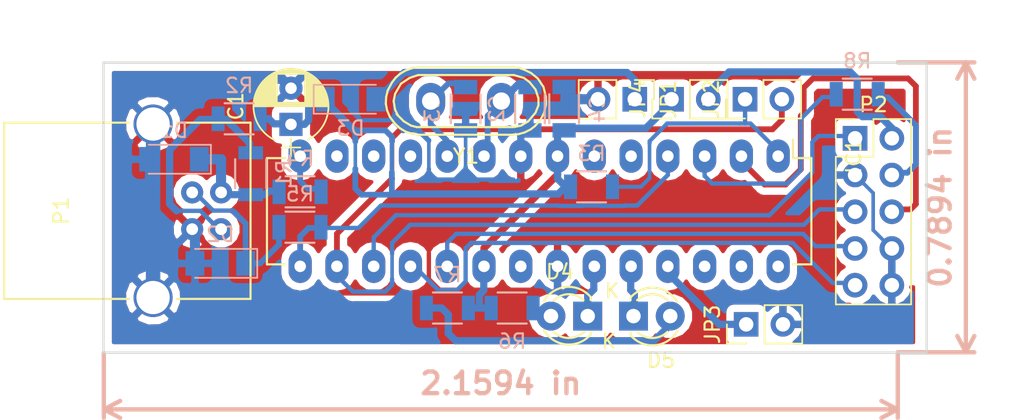
<source format=kicad_pcb>
(kicad_pcb (version 20171130) (host pcbnew 5.0.2-bee76a0~70~ubuntu18.04.1)

  (general
    (thickness 1.6)
    (drawings 7)
    (tracks 299)
    (zones 0)
    (modules 25)
    (nets 34)
  )

  (page A4)
  (layers
    (0 F.Cu signal)
    (31 B.Cu signal)
    (32 B.Adhes user)
    (33 F.Adhes user)
    (34 B.Paste user)
    (35 F.Paste user)
    (36 B.SilkS user)
    (37 F.SilkS user)
    (38 B.Mask user)
    (39 F.Mask user)
    (40 Dwgs.User user)
    (41 Cmts.User user)
    (42 Eco1.User user)
    (43 Eco2.User user)
    (44 Edge.Cuts user)
    (45 Margin user)
    (46 B.CrtYd user)
    (47 F.CrtYd user)
    (48 B.Fab user)
    (49 F.Fab user)
  )

  (setup
    (last_trace_width 0.25)
    (user_trace_width 0.25)
    (user_trace_width 0.4)
    (user_trace_width 0.5)
    (user_trace_width 0.6)
    (user_trace_width 0.7)
    (user_trace_width 0.8)
    (user_trace_width 0.9)
    (user_trace_width 1)
    (trace_clearance 0.32)
    (zone_clearance 0.508)
    (zone_45_only no)
    (trace_min 0.2)
    (segment_width 0.2)
    (edge_width 0.15)
    (via_size 0.8)
    (via_drill 0.7)
    (via_min_size 0.4)
    (via_min_drill 0.3)
    (uvia_size 0.5)
    (uvia_drill 0.4)
    (uvias_allowed no)
    (uvia_min_size 0.2)
    (uvia_min_drill 0.1)
    (pcb_text_width 0.3)
    (pcb_text_size 1.5 1.5)
    (mod_edge_width 0.15)
    (mod_text_size 1 1)
    (mod_text_width 0.15)
    (pad_size 1.524 1.524)
    (pad_drill 0.762)
    (pad_to_mask_clearance 0.2)
    (solder_mask_min_width 0.25)
    (aux_axis_origin 0 0)
    (visible_elements FFFFFF7F)
    (pcbplotparams
      (layerselection 0x00000_fffffffe)
      (usegerberextensions false)
      (usegerberattributes false)
      (usegerberadvancedattributes false)
      (creategerberjobfile false)
      (excludeedgelayer true)
      (linewidth 0.020000)
      (plotframeref false)
      (viasonmask false)
      (mode 1)
      (useauxorigin false)
      (hpglpennumber 1)
      (hpglpenspeed 20)
      (hpglpendiameter 15.000000)
      (psnegative true)
      (psa4output false)
      (plotreference false)
      (plotvalue false)
      (plotinvisibletext false)
      (padsonsilk true)
      (subtractmaskfromsilk false)
      (outputformat 4)
      (mirror false)
      (drillshape 1)
      (scaleselection 1)
      (outputdirectory ""))
  )

  (net 0 "")
  (net 1 VCC)
  (net 2 GND)
  (net 3 "Net-(C2-Pad1)")
  (net 4 "Net-(C3-Pad1)")
  (net 5 "Net-(D1-Pad1)")
  (net 6 "Net-(D2-Pad1)")
  (net 7 "Net-(D3-Pad2)")
  (net 8 "Net-(D4-Pad2)")
  (net 9 "Net-(D4-Pad1)")
  (net 10 "Net-(D5-Pad1)")
  (net 11 "Net-(D5-Pad2)")
  (net 12 "Net-(IC1-Pad28)")
  (net 13 "Net-(IC1-Pad27)")
  (net 14 "Net-(IC1-Pad26)")
  (net 15 "Net-(IC1-Pad25)")
  (net 16 "Net-(IC1-Pad21)")
  (net 17 "Net-(IC1-Pad19)")
  (net 18 "Net-(IC1-Pad18)")
  (net 19 "Net-(IC1-Pad17)")
  (net 20 "Net-(IC1-Pad16)")
  (net 21 "Net-(IC1-Pad15)")
  (net 22 "Net-(IC1-Pad14)")
  (net 23 "Net-(IC1-Pad13)")
  (net 24 "Net-(IC1-Pad12)")
  (net 25 "Net-(IC1-Pad11)")
  (net 26 "Net-(IC1-Pad6)")
  (net 27 "Net-(IC1-Pad5)")
  (net 28 "Net-(IC1-Pad3)")
  (net 29 "Net-(IC1-Pad2)")
  (net 30 "Net-(IC1-Pad1)")
  (net 31 "Net-(JP4-Pad2)")
  (net 32 "Net-(P1-Pad1)")
  (net 33 "Net-(P2-Pad4)")

  (net_class Default "Это класс цепей по умолчанию."
    (clearance 0.32)
    (trace_width 0.3)
    (via_dia 0.8)
    (via_drill 0.7)
    (uvia_dia 0.5)
    (uvia_drill 0.4)
    (add_net GND)
    (add_net "Net-(C2-Pad1)")
    (add_net "Net-(C3-Pad1)")
    (add_net "Net-(D1-Pad1)")
    (add_net "Net-(D2-Pad1)")
    (add_net "Net-(D3-Pad2)")
    (add_net "Net-(D4-Pad1)")
    (add_net "Net-(D4-Pad2)")
    (add_net "Net-(D5-Pad1)")
    (add_net "Net-(D5-Pad2)")
    (add_net "Net-(IC1-Pad1)")
    (add_net "Net-(IC1-Pad11)")
    (add_net "Net-(IC1-Pad12)")
    (add_net "Net-(IC1-Pad13)")
    (add_net "Net-(IC1-Pad14)")
    (add_net "Net-(IC1-Pad15)")
    (add_net "Net-(IC1-Pad16)")
    (add_net "Net-(IC1-Pad17)")
    (add_net "Net-(IC1-Pad18)")
    (add_net "Net-(IC1-Pad19)")
    (add_net "Net-(IC1-Pad2)")
    (add_net "Net-(IC1-Pad21)")
    (add_net "Net-(IC1-Pad25)")
    (add_net "Net-(IC1-Pad26)")
    (add_net "Net-(IC1-Pad27)")
    (add_net "Net-(IC1-Pad28)")
    (add_net "Net-(IC1-Pad3)")
    (add_net "Net-(IC1-Pad5)")
    (add_net "Net-(IC1-Pad6)")
    (add_net "Net-(JP4-Pad2)")
    (add_net "Net-(P1-Pad1)")
    (add_net "Net-(P2-Pad4)")
    (add_net VCC)
  )

  (net_class 1.0 ""
    (clearance 0.4)
    (trace_width 1)
    (via_dia 0.8)
    (via_drill 0.7)
    (uvia_dia 0.5)
    (uvia_drill 0.4)
  )

  (module Pin_Headers:Pin_Header_Straight_2x05_Pitch2.54mm (layer F.Cu) (tedit 59650532) (tstamp 5CAC8F16)
    (at 140.95 81.95)
    (descr "Through hole straight pin header, 2x05, 2.54mm pitch, double rows")
    (tags "Through hole pin header THT 2x05 2.54mm double row")
    (path /5853B12C)
    (fp_text reference P2 (at 1.27 -2.33) (layer F.SilkS)
      (effects (font (size 1 1) (thickness 0.15)))
    )
    (fp_text value CONN_02X05 (at 1.27 12.49) (layer F.Fab)
      (effects (font (size 1 1) (thickness 0.15)))
    )
    (fp_text user %R (at 1.27 5.08 90) (layer F.Fab)
      (effects (font (size 1 1) (thickness 0.15)))
    )
    (fp_line (start 4.35 -1.8) (end -1.8 -1.8) (layer F.CrtYd) (width 0.05))
    (fp_line (start 4.35 11.95) (end 4.35 -1.8) (layer F.CrtYd) (width 0.05))
    (fp_line (start -1.8 11.95) (end 4.35 11.95) (layer F.CrtYd) (width 0.05))
    (fp_line (start -1.8 -1.8) (end -1.8 11.95) (layer F.CrtYd) (width 0.05))
    (fp_line (start -1.33 -1.33) (end 0 -1.33) (layer F.SilkS) (width 0.12))
    (fp_line (start -1.33 0) (end -1.33 -1.33) (layer F.SilkS) (width 0.12))
    (fp_line (start 1.27 -1.33) (end 3.87 -1.33) (layer F.SilkS) (width 0.12))
    (fp_line (start 1.27 1.27) (end 1.27 -1.33) (layer F.SilkS) (width 0.12))
    (fp_line (start -1.33 1.27) (end 1.27 1.27) (layer F.SilkS) (width 0.12))
    (fp_line (start 3.87 -1.33) (end 3.87 11.49) (layer F.SilkS) (width 0.12))
    (fp_line (start -1.33 1.27) (end -1.33 11.49) (layer F.SilkS) (width 0.12))
    (fp_line (start -1.33 11.49) (end 3.87 11.49) (layer F.SilkS) (width 0.12))
    (fp_line (start -1.27 0) (end 0 -1.27) (layer F.Fab) (width 0.1))
    (fp_line (start -1.27 11.43) (end -1.27 0) (layer F.Fab) (width 0.1))
    (fp_line (start 3.81 11.43) (end -1.27 11.43) (layer F.Fab) (width 0.1))
    (fp_line (start 3.81 -1.27) (end 3.81 11.43) (layer F.Fab) (width 0.1))
    (fp_line (start 0 -1.27) (end 3.81 -1.27) (layer F.Fab) (width 0.1))
    (pad 10 thru_hole oval (at 2.54 10.16) (size 1.7 1.7) (drill 1) (layers *.Cu *.Mask)
      (net 2 GND))
    (pad 9 thru_hole oval (at 0 10.16) (size 1.7 1.7) (drill 1) (layers *.Cu *.Mask)
      (net 18 "Net-(IC1-Pad18)"))
    (pad 8 thru_hole oval (at 2.54 7.62) (size 1.7 1.7) (drill 1) (layers *.Cu *.Mask)
      (net 2 GND))
    (pad 7 thru_hole oval (at 0 7.62) (size 1.7 1.7) (drill 1) (layers *.Cu *.Mask)
      (net 17 "Net-(IC1-Pad19)"))
    (pad 6 thru_hole oval (at 2.54 5.08) (size 1.7 1.7) (drill 1) (layers *.Cu *.Mask)
      (net 29 "Net-(IC1-Pad2)"))
    (pad 5 thru_hole oval (at 0 5.08) (size 1.7 1.7) (drill 1) (layers *.Cu *.Mask)
      (net 20 "Net-(IC1-Pad16)"))
    (pad 4 thru_hole oval (at 2.54 2.54) (size 1.7 1.7) (drill 1) (layers *.Cu *.Mask)
      (net 33 "Net-(P2-Pad4)"))
    (pad 3 thru_hole oval (at 0 2.54) (size 1.7 1.7) (drill 1) (layers *.Cu *.Mask)
      (net 2 GND))
    (pad 2 thru_hole oval (at 2.54 0) (size 1.7 1.7) (drill 1) (layers *.Cu *.Mask)
      (net 31 "Net-(JP4-Pad2)"))
    (pad 1 thru_hole rect (at 0 0) (size 1.7 1.7) (drill 1) (layers *.Cu *.Mask)
      (net 19 "Net-(IC1-Pad17)"))
    (model ${KISYS3DMOD}/Pin_Headers.3dshapes/Pin_Header_Straight_2x05_Pitch2.54mm.wrl
      (offset (xyz 1.299999980475959 -5.099999923405687 0))
      (scale (xyz 1 1 1))
      (rotate (xyz 0 0 90))
    )
    (model /home/max/apps/packages3d/Pin_Headers.3dshapes/Pin_Header_Straight_2x05.wrl
      (offset (xyz 1.3 -5.1 0))
      (scale (xyz 1 1 1))
      (rotate (xyz 0 0 90))
    )
  )

  (module Connect:USB_B (layer F.Cu) (tedit 55B36073) (tstamp 5853B8BF)
    (at 97.155 88.23452 180)
    (descr "USB B connector")
    (tags "USB_B USB_DEV")
    (path /5852AA4A)
    (fp_text reference P1 (at 11.049 1.27 270) (layer F.SilkS)
      (effects (font (size 1 1) (thickness 0.15)))
    )
    (fp_text value USB (at 4.699 1.27 270) (layer F.Fab)
      (effects (font (size 1 1) (thickness 0.15)))
    )
    (fp_line (start -2.032 7.366) (end -2.032 -4.826) (layer F.SilkS) (width 0.15))
    (fp_line (start 14.986 -4.826) (end 14.986 7.366) (layer F.SilkS) (width 0.15))
    (fp_line (start -2.032 -4.826) (end 3.048 -4.826) (layer F.SilkS) (width 0.15))
    (fp_line (start 6.35 -4.826) (end 14.986 -4.826) (layer F.SilkS) (width 0.15))
    (fp_line (start -2.032 7.366) (end 3.048 7.366) (layer F.SilkS) (width 0.15))
    (fp_line (start 6.35 7.366) (end 14.986 7.366) (layer F.SilkS) (width 0.15))
    (fp_line (start 15.25 -6.35) (end 15.25 8.9) (layer F.CrtYd) (width 0.05))
    (fp_line (start -2.3 -6.35) (end 15.25 -6.35) (layer F.CrtYd) (width 0.05))
    (fp_line (start -2.3 8.9) (end -2.3 -6.35) (layer F.CrtYd) (width 0.05))
    (fp_line (start 15.25 8.9) (end -2.3 8.9) (layer F.CrtYd) (width 0.05))
    (pad 5 thru_hole circle (at 4.699 -4.72948 90) (size 2.70002 2.70002) (drill 2.30124) (layers *.Cu *.Mask)
      (net 2 GND))
    (pad 5 thru_hole circle (at 4.699 7.26948 90) (size 2.70002 2.70002) (drill 2.30124) (layers *.Cu *.Mask)
      (net 2 GND))
    (pad 3 thru_hole circle (at 1.99898 2.54 90) (size 1.524 1.524) (drill 0.8128) (layers *.Cu *.Mask)
      (net 6 "Net-(D2-Pad1)"))
    (pad 4 thru_hole circle (at 1.99898 0 90) (size 1.524 1.524) (drill 0.8128) (layers *.Cu *.Mask)
      (net 2 GND))
    (pad 1 thru_hole circle (at 0 0 90) (size 1.524 1.524) (drill 0.8128) (layers *.Cu *.Mask)
      (net 32 "Net-(P1-Pad1)"))
    (pad 2 thru_hole circle (at 0 2.54 90) (size 1.524 1.524) (drill 0.8128) (layers *.Cu *.Mask)
      (net 5 "Net-(D1-Pad1)"))
    (model Connect.3dshapes/USB_B.wrl
      (offset (xyz 4.6989999294281 -1.269999980926514 0.02539999961853028))
      (scale (xyz 0.3937 0.3937 0.3937))
      (rotate (xyz 0 0 -90))
    )
    (model /usr/local/share/kicad/modules/packages3d/connectors/usb/normal/usb_b/usb_b_through_hole.wrl
      (offset (xyz 4.759999928511972 -1.299999980475959 0))
      (scale (xyz 0.4 0.4 0.4))
      (rotate (xyz 0 0 -90))
    )
  )

  (module LEDs:LED-3MM (layer F.Cu) (tedit 559B82F6) (tstamp 5853ED03)
    (at 122.4788 94.2467 180)
    (descr "LED 3mm round vertical")
    (tags "LED  3mm round vertical")
    (path /5852C568)
    (fp_text reference D4 (at 1.91 3.06 180) (layer F.SilkS)
      (effects (font (size 1 1) (thickness 0.15)))
    )
    (fp_text value red (at 1.3 -2.9 180) (layer F.Fab)
      (effects (font (size 1 1) (thickness 0.15)))
    )
    (fp_text user K (at -1.69 1.74 180) (layer F.SilkS)
      (effects (font (size 1 1) (thickness 0.15)))
    )
    (fp_arc (start 1.301 0.034) (end 2.335 1.094) (angle 87.5) (layer F.SilkS) (width 0.15))
    (fp_arc (start 1.311 0.034) (end 3.051 0.994) (angle 110) (layer F.SilkS) (width 0.15))
    (fp_arc (start 1.301 0.034) (end 0.25 -1.1) (angle 85.7) (layer F.SilkS) (width 0.15))
    (fp_arc (start 1.301 0.034) (end -0.199 -1.286) (angle 108.5) (layer F.SilkS) (width 0.15))
    (fp_line (start -0.199 -1.28) (end -0.199 -1.1) (layer F.SilkS) (width 0.15))
    (fp_line (start -0.199 1.314) (end -0.199 1.114) (layer F.SilkS) (width 0.15))
    (fp_line (start -1.2 -2.2) (end -1.2 2.3) (layer F.CrtYd) (width 0.05))
    (fp_line (start 3.8 -2.2) (end -1.2 -2.2) (layer F.CrtYd) (width 0.05))
    (fp_line (start 3.8 2.3) (end 3.8 -2.2) (layer F.CrtYd) (width 0.05))
    (fp_line (start -1.2 2.3) (end 3.8 2.3) (layer F.CrtYd) (width 0.05))
    (pad 2 thru_hole circle (at 2.54 0 180) (size 2 2) (drill 1.00076) (layers *.Cu *.Mask)
      (net 8 "Net-(D4-Pad2)"))
    (pad 1 thru_hole rect (at 0 0 270) (size 2 2) (drill 1.00076) (layers *.Cu *.Mask)
      (net 9 "Net-(D4-Pad1)"))
    (model LEDs.3dshapes/LED-3MM.wrl
      (offset (xyz 1.269999980926514 0 0))
      (scale (xyz 1 1 1))
      (rotate (xyz 0 0 90))
    )
    (model /usr/local/share/kicad/modules/packages3d/discret/leds/led5_vertical_branco.wrl
      (offset (xyz 1.199999981977808 0 0))
      (scale (xyz 1 1 1))
      (rotate (xyz 0 0 0))
    )
  )

  (module Capacitors_SMD:C_1206 (layer B.Cu) (tedit 5415D7BD) (tstamp 5C8F719A)
    (at 120.85 79.9 90)
    (descr "Capacitor SMD 1206, reflow soldering, AVX (see smccp.pdf)")
    (tags "capacitor 1206")
    (path /5852B779)
    (attr smd)
    (fp_text reference C4 (at 0 2.3 90) (layer B.SilkS)
      (effects (font (size 1 1) (thickness 0.15)) (justify mirror))
    )
    (fp_text value 0.1 (at -0.05 0.05 90) (layer B.Fab)
      (effects (font (size 1 1) (thickness 0.15)) (justify mirror))
    )
    (fp_line (start -1 -1.025) (end 1 -1.025) (layer B.SilkS) (width 0.15))
    (fp_line (start 1 1.025) (end -1 1.025) (layer B.SilkS) (width 0.15))
    (fp_line (start 2.3 1.15) (end 2.3 -1.15) (layer B.CrtYd) (width 0.05))
    (fp_line (start -2.3 1.15) (end -2.3 -1.15) (layer B.CrtYd) (width 0.05))
    (fp_line (start -2.3 -1.15) (end 2.3 -1.15) (layer B.CrtYd) (width 0.05))
    (fp_line (start -2.3 1.15) (end 2.3 1.15) (layer B.CrtYd) (width 0.05))
    (fp_line (start -1.6 0.8) (end 1.6 0.8) (layer B.Fab) (width 0.15))
    (fp_line (start 1.6 0.8) (end 1.6 -0.8) (layer B.Fab) (width 0.15))
    (fp_line (start 1.6 -0.8) (end -1.6 -0.8) (layer B.Fab) (width 0.15))
    (fp_line (start -1.6 -0.8) (end -1.6 0.8) (layer B.Fab) (width 0.15))
    (pad 2 smd rect (at 1.5 0 90) (size 1 1.6) (layers B.Cu B.Paste B.Mask)
      (net 2 GND))
    (pad 1 smd rect (at -1.5 0 90) (size 1 1.6) (layers B.Cu B.Paste B.Mask)
      (net 1 VCC))
    (model Capacitors_SMD.3dshapes/C_1206.wrl
      (at (xyz 0 0 0))
      (scale (xyz 1 1 1))
      (rotate (xyz 0 0 0))
    )
  )

  (module Housings_DIP:DIP-28_W7.62mm_LongPads (layer F.Cu) (tedit 54130A77) (tstamp 5853B89D)
    (at 135.636 83.185 270)
    (descr "28-lead dip package, row spacing 7.62 mm (300 mils), longer pads")
    (tags "dil dip 2.54 300")
    (path /5852A98C)
    (fp_text reference IC1 (at 0 -5.22 270) (layer F.SilkS)
      (effects (font (size 1 1) (thickness 0.15)))
    )
    (fp_text value ATMEGA8A-P (at 0 -3.72 270) (layer F.Fab)
      (effects (font (size 1 1) (thickness 0.15)))
    )
    (fp_line (start 0.135 -1.025) (end -1.15 -1.025) (layer F.SilkS) (width 0.15))
    (fp_line (start 0.135 35.315) (end 7.485 35.315) (layer F.SilkS) (width 0.15))
    (fp_line (start 0.135 -2.295) (end 7.485 -2.295) (layer F.SilkS) (width 0.15))
    (fp_line (start 0.135 35.315) (end 0.135 34.045) (layer F.SilkS) (width 0.15))
    (fp_line (start 7.485 35.315) (end 7.485 34.045) (layer F.SilkS) (width 0.15))
    (fp_line (start 7.485 -2.295) (end 7.485 -1.025) (layer F.SilkS) (width 0.15))
    (fp_line (start 0.135 -2.295) (end 0.135 -1.025) (layer F.SilkS) (width 0.15))
    (fp_line (start -1.4 35.5) (end 9 35.5) (layer F.CrtYd) (width 0.05))
    (fp_line (start -1.4 -2.45) (end 9 -2.45) (layer F.CrtYd) (width 0.05))
    (fp_line (start 9 -2.45) (end 9 35.5) (layer F.CrtYd) (width 0.05))
    (fp_line (start -1.4 -2.45) (end -1.4 35.5) (layer F.CrtYd) (width 0.05))
    (pad 28 thru_hole oval (at 7.62 0 270) (size 2.3 1.6) (drill 0.8) (layers *.Cu *.Mask)
      (net 12 "Net-(IC1-Pad28)"))
    (pad 27 thru_hole oval (at 7.62 2.54 270) (size 2.3 1.6) (drill 0.8) (layers *.Cu *.Mask)
      (net 13 "Net-(IC1-Pad27)"))
    (pad 26 thru_hole oval (at 7.62 5.08 270) (size 2.3 1.6) (drill 0.8) (layers *.Cu *.Mask)
      (net 14 "Net-(IC1-Pad26)"))
    (pad 25 thru_hole oval (at 7.62 7.62 270) (size 2.3 1.6) (drill 0.8) (layers *.Cu *.Mask)
      (net 15 "Net-(IC1-Pad25)"))
    (pad 24 thru_hole oval (at 7.62 10.16 270) (size 2.3 1.6) (drill 0.8) (layers *.Cu *.Mask)
      (net 10 "Net-(D5-Pad1)"))
    (pad 23 thru_hole oval (at 7.62 12.7 270) (size 2.3 1.6) (drill 0.8) (layers *.Cu *.Mask)
      (net 9 "Net-(D4-Pad1)"))
    (pad 22 thru_hole oval (at 7.62 15.24 270) (size 2.3 1.6) (drill 0.8) (layers *.Cu *.Mask)
      (net 2 GND))
    (pad 21 thru_hole oval (at 7.62 17.78 270) (size 2.3 1.6) (drill 0.8) (layers *.Cu *.Mask)
      (net 16 "Net-(IC1-Pad21)"))
    (pad 20 thru_hole oval (at 7.62 20.32 270) (size 2.3 1.6) (drill 0.8) (layers *.Cu *.Mask)
      (net 1 VCC))
    (pad 19 thru_hole oval (at 7.62 22.86 270) (size 2.3 1.6) (drill 0.8) (layers *.Cu *.Mask)
      (net 17 "Net-(IC1-Pad19)"))
    (pad 18 thru_hole oval (at 7.62 25.4 270) (size 2.3 1.6) (drill 0.8) (layers *.Cu *.Mask)
      (net 18 "Net-(IC1-Pad18)"))
    (pad 17 thru_hole oval (at 7.62 27.94 270) (size 2.3 1.6) (drill 0.8) (layers *.Cu *.Mask)
      (net 19 "Net-(IC1-Pad17)"))
    (pad 16 thru_hole oval (at 7.62 30.48 270) (size 2.3 1.6) (drill 0.8) (layers *.Cu *.Mask)
      (net 20 "Net-(IC1-Pad16)"))
    (pad 15 thru_hole oval (at 7.62 33.02 270) (size 2.3 1.6) (drill 0.8) (layers *.Cu *.Mask)
      (net 21 "Net-(IC1-Pad15)"))
    (pad 14 thru_hole oval (at 0 33.02 270) (size 2.3 1.6) (drill 0.8) (layers *.Cu *.Mask)
      (net 22 "Net-(IC1-Pad14)"))
    (pad 13 thru_hole oval (at 0 30.48 270) (size 2.3 1.6) (drill 0.8) (layers *.Cu *.Mask)
      (net 23 "Net-(IC1-Pad13)"))
    (pad 12 thru_hole oval (at 0 27.94 270) (size 2.3 1.6) (drill 0.8) (layers *.Cu *.Mask)
      (net 24 "Net-(IC1-Pad12)"))
    (pad 11 thru_hole oval (at 0 25.4 270) (size 2.3 1.6) (drill 0.8) (layers *.Cu *.Mask)
      (net 25 "Net-(IC1-Pad11)"))
    (pad 10 thru_hole oval (at 0 22.86 270) (size 2.3 1.6) (drill 0.8) (layers *.Cu *.Mask)
      (net 4 "Net-(C3-Pad1)"))
    (pad 9 thru_hole oval (at 0 20.32 270) (size 2.3 1.6) (drill 0.8) (layers *.Cu *.Mask)
      (net 3 "Net-(C2-Pad1)"))
    (pad 8 thru_hole oval (at 0 17.78 270) (size 2.3 1.6) (drill 0.8) (layers *.Cu *.Mask)
      (net 2 GND))
    (pad 7 thru_hole oval (at 0 15.24 270) (size 2.3 1.6) (drill 0.8) (layers *.Cu *.Mask)
      (net 1 VCC))
    (pad 6 thru_hole oval (at 0 12.7 270) (size 2.3 1.6) (drill 0.8) (layers *.Cu *.Mask)
      (net 26 "Net-(IC1-Pad6)"))
    (pad 5 thru_hole oval (at 0 10.16 270) (size 2.3 1.6) (drill 0.8) (layers *.Cu *.Mask)
      (net 27 "Net-(IC1-Pad5)"))
    (pad 4 thru_hole oval (at 0 7.62 270) (size 2.3 1.6) (drill 0.8) (layers *.Cu *.Mask)
      (net 21 "Net-(IC1-Pad15)"))
    (pad 3 thru_hole oval (at 0 5.08 270) (size 2.3 1.6) (drill 0.8) (layers *.Cu *.Mask)
      (net 28 "Net-(IC1-Pad3)"))
    (pad 2 thru_hole oval (at 0 2.54 270) (size 2.3 1.6) (drill 0.8) (layers *.Cu *.Mask)
      (net 29 "Net-(IC1-Pad2)"))
    (pad 1 thru_hole oval (at 0 0 270) (size 2.3 1.6) (drill 0.8) (layers *.Cu *.Mask)
      (net 30 "Net-(IC1-Pad1)"))
    (model Housings_DIP.3dshapes/DIP-28_W7.62mm_LongPads.wrl
      (at (xyz 0 0 0))
      (scale (xyz 1 1 1))
      (rotate (xyz 0 0 0))
    )
  )

  (module Capacitors_SMD:C_1206 (layer B.Cu) (tedit 5415D7BD) (tstamp 5853B853)
    (at 118.491 79.907 270)
    (descr "Capacitor SMD 1206, reflow soldering, AVX (see smccp.pdf)")
    (tags "capacitor 1206")
    (path /5852DF89)
    (attr smd)
    (fp_text reference C2 (at 0 2.3 270) (layer B.SilkS)
      (effects (font (size 1 1) (thickness 0.15)) (justify mirror))
    )
    (fp_text value 22 (at -0.057 -0.059 270) (layer B.Fab)
      (effects (font (size 1 1) (thickness 0.15)) (justify mirror))
    )
    (fp_line (start -1 -1.025) (end 1 -1.025) (layer B.SilkS) (width 0.15))
    (fp_line (start 1 1.025) (end -1 1.025) (layer B.SilkS) (width 0.15))
    (fp_line (start 2.3 1.15) (end 2.3 -1.15) (layer B.CrtYd) (width 0.05))
    (fp_line (start -2.3 1.15) (end -2.3 -1.15) (layer B.CrtYd) (width 0.05))
    (fp_line (start -2.3 -1.15) (end 2.3 -1.15) (layer B.CrtYd) (width 0.05))
    (fp_line (start -2.3 1.15) (end 2.3 1.15) (layer B.CrtYd) (width 0.05))
    (fp_line (start -1.6 0.8) (end 1.6 0.8) (layer B.Fab) (width 0.15))
    (fp_line (start 1.6 0.8) (end 1.6 -0.8) (layer B.Fab) (width 0.15))
    (fp_line (start 1.6 -0.8) (end -1.6 -0.8) (layer B.Fab) (width 0.15))
    (fp_line (start -1.6 -0.8) (end -1.6 0.8) (layer B.Fab) (width 0.15))
    (pad 2 smd rect (at 1.5 0 270) (size 1 1.6) (layers B.Cu B.Paste B.Mask)
      (net 2 GND))
    (pad 1 smd rect (at -1.5 0 270) (size 1 1.6) (layers B.Cu B.Paste B.Mask)
      (net 3 "Net-(C2-Pad1)"))
    (model Capacitors_SMD.3dshapes/C_1206.wrl
      (at (xyz 0 0 0))
      (scale (xyz 1 1 1))
      (rotate (xyz 0 0 0))
    )
  )

  (module Capacitors_SMD:C_1206 (layer B.Cu) (tedit 5415D7BD) (tstamp 5853B859)
    (at 114.046 79.907 270)
    (descr "Capacitor SMD 1206, reflow soldering, AVX (see smccp.pdf)")
    (tags "capacitor 1206")
    (path /5852DFF9)
    (attr smd)
    (fp_text reference C3 (at 0 2.3 270) (layer B.SilkS)
      (effects (font (size 1 1) (thickness 0.15)) (justify mirror))
    )
    (fp_text value 22 (at -0.057 -0.054 270) (layer B.Fab)
      (effects (font (size 1 1) (thickness 0.15)) (justify mirror))
    )
    (fp_line (start -1.6 -0.8) (end -1.6 0.8) (layer B.Fab) (width 0.15))
    (fp_line (start 1.6 -0.8) (end -1.6 -0.8) (layer B.Fab) (width 0.15))
    (fp_line (start 1.6 0.8) (end 1.6 -0.8) (layer B.Fab) (width 0.15))
    (fp_line (start -1.6 0.8) (end 1.6 0.8) (layer B.Fab) (width 0.15))
    (fp_line (start -2.3 1.15) (end 2.3 1.15) (layer B.CrtYd) (width 0.05))
    (fp_line (start -2.3 -1.15) (end 2.3 -1.15) (layer B.CrtYd) (width 0.05))
    (fp_line (start -2.3 1.15) (end -2.3 -1.15) (layer B.CrtYd) (width 0.05))
    (fp_line (start 2.3 1.15) (end 2.3 -1.15) (layer B.CrtYd) (width 0.05))
    (fp_line (start 1 1.025) (end -1 1.025) (layer B.SilkS) (width 0.15))
    (fp_line (start -1 -1.025) (end 1 -1.025) (layer B.SilkS) (width 0.15))
    (pad 1 smd rect (at -1.5 0 270) (size 1 1.6) (layers B.Cu B.Paste B.Mask)
      (net 4 "Net-(C3-Pad1)"))
    (pad 2 smd rect (at 1.5 0 270) (size 1 1.6) (layers B.Cu B.Paste B.Mask)
      (net 2 GND))
    (model Capacitors_SMD.3dshapes/C_1206.wrl
      (at (xyz 0 0 0))
      (scale (xyz 1 1 1))
      (rotate (xyz 0 0 0))
    )
  )

  (module Resistors_SMD:R_1206 (layer B.Cu) (tedit 58307BE8) (tstamp 5853B8D3)
    (at 99.2 84.4 90)
    (descr "Resistor SMD 1206, reflow soldering, Vishay (see dcrcw.pdf)")
    (tags "resistor 1206")
    (path /5852B999)
    (attr smd)
    (fp_text reference R1 (at 0 2.3 90) (layer B.SilkS)
      (effects (font (size 1 1) (thickness 0.15)) (justify mirror))
    )
    (fp_text value 2.2k (at 0 -2.3 90) (layer B.Fab)
      (effects (font (size 1 1) (thickness 0.15)) (justify mirror))
    )
    (fp_line (start -1 1.075) (end 1 1.075) (layer B.SilkS) (width 0.15))
    (fp_line (start 1 -1.075) (end -1 -1.075) (layer B.SilkS) (width 0.15))
    (fp_line (start 2.2 1.2) (end 2.2 -1.2) (layer B.CrtYd) (width 0.05))
    (fp_line (start -2.2 1.2) (end -2.2 -1.2) (layer B.CrtYd) (width 0.05))
    (fp_line (start -2.2 -1.2) (end 2.2 -1.2) (layer B.CrtYd) (width 0.05))
    (fp_line (start -2.2 1.2) (end 2.2 1.2) (layer B.CrtYd) (width 0.05))
    (fp_line (start -1.6 0.8) (end 1.6 0.8) (layer B.Fab) (width 0.1))
    (fp_line (start 1.6 0.8) (end 1.6 -0.8) (layer B.Fab) (width 0.1))
    (fp_line (start 1.6 -0.8) (end -1.6 -0.8) (layer B.Fab) (width 0.1))
    (fp_line (start -1.6 -0.8) (end -1.6 0.8) (layer B.Fab) (width 0.1))
    (pad 2 smd rect (at 1.45 0 90) (size 0.9 1.7) (layers B.Cu B.Paste B.Mask)
      (net 32 "Net-(P1-Pad1)"))
    (pad 1 smd rect (at -1.45 0 90) (size 0.9 1.7) (layers B.Cu B.Paste B.Mask)
      (net 5 "Net-(D1-Pad1)"))
    (model Resistors_SMD.3dshapes/R_1206.wrl
      (at (xyz 0 0 0))
      (scale (xyz 1 1 1))
      (rotate (xyz 0 0 0))
    )
  )

  (module Resistors_SMD:R_1206 (layer B.Cu) (tedit 58307BE8) (tstamp 5853B8D9)
    (at 98.4 80.6 180)
    (descr "Resistor SMD 1206, reflow soldering, Vishay (see dcrcw.pdf)")
    (tags "resistor 1206")
    (path /5852AD51)
    (attr smd)
    (fp_text reference R2 (at 0 2.3 180) (layer B.SilkS)
      (effects (font (size 1 1) (thickness 0.15)) (justify mirror))
    )
    (fp_text value 68 (at 0 -2.3 180) (layer B.Fab)
      (effects (font (size 1 1) (thickness 0.15)) (justify mirror))
    )
    (fp_line (start -1 1.075) (end 1 1.075) (layer B.SilkS) (width 0.15))
    (fp_line (start 1 -1.075) (end -1 -1.075) (layer B.SilkS) (width 0.15))
    (fp_line (start 2.2 1.2) (end 2.2 -1.2) (layer B.CrtYd) (width 0.05))
    (fp_line (start -2.2 1.2) (end -2.2 -1.2) (layer B.CrtYd) (width 0.05))
    (fp_line (start -2.2 -1.2) (end 2.2 -1.2) (layer B.CrtYd) (width 0.05))
    (fp_line (start -2.2 1.2) (end 2.2 1.2) (layer B.CrtYd) (width 0.05))
    (fp_line (start -1.6 0.8) (end 1.6 0.8) (layer B.Fab) (width 0.1))
    (fp_line (start 1.6 0.8) (end 1.6 -0.8) (layer B.Fab) (width 0.1))
    (fp_line (start 1.6 -0.8) (end -1.6 -0.8) (layer B.Fab) (width 0.1))
    (fp_line (start -1.6 -0.8) (end -1.6 0.8) (layer B.Fab) (width 0.1))
    (pad 2 smd rect (at 1.45 0 180) (size 0.9 1.7) (layers B.Cu B.Paste B.Mask)
      (net 32 "Net-(P1-Pad1)"))
    (pad 1 smd rect (at -1.45 0 180) (size 0.9 1.7) (layers B.Cu B.Paste B.Mask)
      (net 1 VCC))
    (model Resistors_SMD.3dshapes/R_1206.wrl
      (at (xyz 0 0 0))
      (scale (xyz 1 1 1))
      (rotate (xyz 0 0 0))
    )
  )

  (module Resistors_SMD:R_1206 (layer B.Cu) (tedit 58307BE8) (tstamp 5853B8DF)
    (at 122.7433 85.3059 180)
    (descr "Resistor SMD 1206, reflow soldering, Vishay (see dcrcw.pdf)")
    (tags "resistor 1206")
    (path /5852E86B)
    (attr smd)
    (fp_text reference R3 (at 0 2.3 180) (layer B.SilkS)
      (effects (font (size 1 1) (thickness 0.15)) (justify mirror))
    )
    (fp_text value 10k (at 0 -2.3 180) (layer B.Fab)
      (effects (font (size 1 1) (thickness 0.15)) (justify mirror))
    )
    (fp_line (start -1.6 -0.8) (end -1.6 0.8) (layer B.Fab) (width 0.1))
    (fp_line (start 1.6 -0.8) (end -1.6 -0.8) (layer B.Fab) (width 0.1))
    (fp_line (start 1.6 0.8) (end 1.6 -0.8) (layer B.Fab) (width 0.1))
    (fp_line (start -1.6 0.8) (end 1.6 0.8) (layer B.Fab) (width 0.1))
    (fp_line (start -2.2 1.2) (end 2.2 1.2) (layer B.CrtYd) (width 0.05))
    (fp_line (start -2.2 -1.2) (end 2.2 -1.2) (layer B.CrtYd) (width 0.05))
    (fp_line (start -2.2 1.2) (end -2.2 -1.2) (layer B.CrtYd) (width 0.05))
    (fp_line (start 2.2 1.2) (end 2.2 -1.2) (layer B.CrtYd) (width 0.05))
    (fp_line (start 1 -1.075) (end -1 -1.075) (layer B.SilkS) (width 0.15))
    (fp_line (start -1 1.075) (end 1 1.075) (layer B.SilkS) (width 0.15))
    (pad 1 smd rect (at -1.45 0 180) (size 0.9 1.7) (layers B.Cu B.Paste B.Mask)
      (net 30 "Net-(IC1-Pad1)"))
    (pad 2 smd rect (at 1.45 0 180) (size 0.9 1.7) (layers B.Cu B.Paste B.Mask)
      (net 1 VCC))
    (model Resistors_SMD.3dshapes/R_1206.wrl
      (at (xyz 0 0 0))
      (scale (xyz 1 1 1))
      (rotate (xyz 0 0 0))
    )
  )

  (module Resistors_SMD:R_1206 (layer B.Cu) (tedit 58307BE8) (tstamp 5853B8E5)
    (at 102.60838 85.65 180)
    (descr "Resistor SMD 1206, reflow soldering, Vishay (see dcrcw.pdf)")
    (tags "resistor 1206")
    (path /5852B2FE)
    (attr smd)
    (fp_text reference R4 (at 0 2.3 180) (layer B.SilkS)
      (effects (font (size 1 1) (thickness 0.15)) (justify mirror))
    )
    (fp_text value 68 (at 0 -2.3 180) (layer B.Fab)
      (effects (font (size 1 1) (thickness 0.15)) (justify mirror))
    )
    (fp_line (start -1 1.075) (end 1 1.075) (layer B.SilkS) (width 0.15))
    (fp_line (start 1 -1.075) (end -1 -1.075) (layer B.SilkS) (width 0.15))
    (fp_line (start 2.2 1.2) (end 2.2 -1.2) (layer B.CrtYd) (width 0.05))
    (fp_line (start -2.2 1.2) (end -2.2 -1.2) (layer B.CrtYd) (width 0.05))
    (fp_line (start -2.2 -1.2) (end 2.2 -1.2) (layer B.CrtYd) (width 0.05))
    (fp_line (start -2.2 1.2) (end 2.2 1.2) (layer B.CrtYd) (width 0.05))
    (fp_line (start -1.6 0.8) (end 1.6 0.8) (layer B.Fab) (width 0.1))
    (fp_line (start 1.6 0.8) (end 1.6 -0.8) (layer B.Fab) (width 0.1))
    (fp_line (start 1.6 -0.8) (end -1.6 -0.8) (layer B.Fab) (width 0.1))
    (fp_line (start -1.6 -0.8) (end -1.6 0.8) (layer B.Fab) (width 0.1))
    (pad 2 smd rect (at 1.45 0 180) (size 0.9 1.7) (layers B.Cu B.Paste B.Mask)
      (net 5 "Net-(D1-Pad1)"))
    (pad 1 smd rect (at -1.45 0 180) (size 0.9 1.7) (layers B.Cu B.Paste B.Mask)
      (net 22 "Net-(IC1-Pad14)"))
    (model Resistors_SMD.3dshapes/R_1206.wrl
      (at (xyz 0 0 0))
      (scale (xyz 1 1 1))
      (rotate (xyz 0 0 0))
    )
  )

  (module Resistors_SMD:R_1206 (layer B.Cu) (tedit 58307BE8) (tstamp 5853B8EB)
    (at 102.6011 88.1 180)
    (descr "Resistor SMD 1206, reflow soldering, Vishay (see dcrcw.pdf)")
    (tags "resistor 1206")
    (path /5852B40A)
    (attr smd)
    (fp_text reference R5 (at 0 2.3 180) (layer B.SilkS)
      (effects (font (size 1 1) (thickness 0.15)) (justify mirror))
    )
    (fp_text value 68 (at 0 -2.3 180) (layer B.Fab)
      (effects (font (size 1 1) (thickness 0.15)) (justify mirror))
    )
    (fp_line (start -1.6 -0.8) (end -1.6 0.8) (layer B.Fab) (width 0.1))
    (fp_line (start 1.6 -0.8) (end -1.6 -0.8) (layer B.Fab) (width 0.1))
    (fp_line (start 1.6 0.8) (end 1.6 -0.8) (layer B.Fab) (width 0.1))
    (fp_line (start -1.6 0.8) (end 1.6 0.8) (layer B.Fab) (width 0.1))
    (fp_line (start -2.2 1.2) (end 2.2 1.2) (layer B.CrtYd) (width 0.05))
    (fp_line (start -2.2 -1.2) (end 2.2 -1.2) (layer B.CrtYd) (width 0.05))
    (fp_line (start -2.2 1.2) (end -2.2 -1.2) (layer B.CrtYd) (width 0.05))
    (fp_line (start 2.2 1.2) (end 2.2 -1.2) (layer B.CrtYd) (width 0.05))
    (fp_line (start 1 -1.075) (end -1 -1.075) (layer B.SilkS) (width 0.15))
    (fp_line (start -1 1.075) (end 1 1.075) (layer B.SilkS) (width 0.15))
    (pad 1 smd rect (at -1.45 0 180) (size 0.9 1.7) (layers B.Cu B.Paste B.Mask)
      (net 21 "Net-(IC1-Pad15)"))
    (pad 2 smd rect (at 1.45 0 180) (size 0.9 1.7) (layers B.Cu B.Paste B.Mask)
      (net 6 "Net-(D2-Pad1)"))
    (model Resistors_SMD.3dshapes/R_1206.wrl
      (at (xyz 0 0 0))
      (scale (xyz 1 1 1))
      (rotate (xyz 0 0 0))
    )
  )

  (module Resistors_SMD:R_1206 (layer B.Cu) (tedit 58307BE8) (tstamp 5853B8F1)
    (at 117.2591 93.6879)
    (descr "Resistor SMD 1206, reflow soldering, Vishay (see dcrcw.pdf)")
    (tags "resistor 1206")
    (path /5852C9BA)
    (attr smd)
    (fp_text reference R6 (at 0 2.3) (layer B.SilkS)
      (effects (font (size 1 1) (thickness 0.15)) (justify mirror))
    )
    (fp_text value 510 (at 0 -2.3) (layer B.Fab)
      (effects (font (size 1 1) (thickness 0.15)) (justify mirror))
    )
    (fp_line (start -1.6 -0.8) (end -1.6 0.8) (layer B.Fab) (width 0.1))
    (fp_line (start 1.6 -0.8) (end -1.6 -0.8) (layer B.Fab) (width 0.1))
    (fp_line (start 1.6 0.8) (end 1.6 -0.8) (layer B.Fab) (width 0.1))
    (fp_line (start -1.6 0.8) (end 1.6 0.8) (layer B.Fab) (width 0.1))
    (fp_line (start -2.2 1.2) (end 2.2 1.2) (layer B.CrtYd) (width 0.05))
    (fp_line (start -2.2 -1.2) (end 2.2 -1.2) (layer B.CrtYd) (width 0.05))
    (fp_line (start -2.2 1.2) (end -2.2 -1.2) (layer B.CrtYd) (width 0.05))
    (fp_line (start 2.2 1.2) (end 2.2 -1.2) (layer B.CrtYd) (width 0.05))
    (fp_line (start 1 -1.075) (end -1 -1.075) (layer B.SilkS) (width 0.15))
    (fp_line (start -1 1.075) (end 1 1.075) (layer B.SilkS) (width 0.15))
    (pad 1 smd rect (at -1.45 0) (size 0.9 1.7) (layers B.Cu B.Paste B.Mask)
      (net 1 VCC))
    (pad 2 smd rect (at 1.45 0) (size 0.9 1.7) (layers B.Cu B.Paste B.Mask)
      (net 8 "Net-(D4-Pad2)"))
    (model Resistors_SMD.3dshapes/R_1206.wrl
      (at (xyz 0 0 0))
      (scale (xyz 1 1 1))
      (rotate (xyz 0 0 0))
    )
  )

  (module Resistors_SMD:R_1206 (layer B.Cu) (tedit 58307BE8) (tstamp 5853B8F7)
    (at 112.7865 93.6879 180)
    (descr "Resistor SMD 1206, reflow soldering, Vishay (see dcrcw.pdf)")
    (tags "resistor 1206")
    (path /5852CA16)
    (attr smd)
    (fp_text reference R7 (at 0 2.3 180) (layer B.SilkS)
      (effects (font (size 1 1) (thickness 0.15)) (justify mirror))
    )
    (fp_text value 510 (at 0 -2.3 180) (layer B.Fab)
      (effects (font (size 1 1) (thickness 0.15)) (justify mirror))
    )
    (fp_line (start -1 1.075) (end 1 1.075) (layer B.SilkS) (width 0.15))
    (fp_line (start 1 -1.075) (end -1 -1.075) (layer B.SilkS) (width 0.15))
    (fp_line (start 2.2 1.2) (end 2.2 -1.2) (layer B.CrtYd) (width 0.05))
    (fp_line (start -2.2 1.2) (end -2.2 -1.2) (layer B.CrtYd) (width 0.05))
    (fp_line (start -2.2 -1.2) (end 2.2 -1.2) (layer B.CrtYd) (width 0.05))
    (fp_line (start -2.2 1.2) (end 2.2 1.2) (layer B.CrtYd) (width 0.05))
    (fp_line (start -1.6 0.8) (end 1.6 0.8) (layer B.Fab) (width 0.1))
    (fp_line (start 1.6 0.8) (end 1.6 -0.8) (layer B.Fab) (width 0.1))
    (fp_line (start 1.6 -0.8) (end -1.6 -0.8) (layer B.Fab) (width 0.1))
    (fp_line (start -1.6 -0.8) (end -1.6 0.8) (layer B.Fab) (width 0.1))
    (pad 2 smd rect (at 1.45 0 180) (size 0.9 1.7) (layers B.Cu B.Paste B.Mask)
      (net 11 "Net-(D5-Pad2)"))
    (pad 1 smd rect (at -1.45 0 180) (size 0.9 1.7) (layers B.Cu B.Paste B.Mask)
      (net 1 VCC))
    (model Resistors_SMD.3dshapes/R_1206.wrl
      (at (xyz 0 0 0))
      (scale (xyz 1 1 1))
      (rotate (xyz 0 0 0))
    )
  )

  (module Resistors_SMD:R_1206 (layer B.Cu) (tedit 58307BE8) (tstamp 5853B8FD)
    (at 141.097 78.9 180)
    (descr "Resistor SMD 1206, reflow soldering, Vishay (see dcrcw.pdf)")
    (tags "resistor 1206")
    (path /5853BE97)
    (attr smd)
    (fp_text reference R8 (at 0 2.3 180) (layer B.SilkS)
      (effects (font (size 1 1) (thickness 0.15)) (justify mirror))
    )
    (fp_text value 270 (at 0 -2.3 180) (layer B.Fab)
      (effects (font (size 1 1) (thickness 0.15)) (justify mirror))
    )
    (fp_line (start -1.6 -0.8) (end -1.6 0.8) (layer B.Fab) (width 0.1))
    (fp_line (start 1.6 -0.8) (end -1.6 -0.8) (layer B.Fab) (width 0.1))
    (fp_line (start 1.6 0.8) (end 1.6 -0.8) (layer B.Fab) (width 0.1))
    (fp_line (start -1.6 0.8) (end 1.6 0.8) (layer B.Fab) (width 0.1))
    (fp_line (start -2.2 1.2) (end 2.2 1.2) (layer B.CrtYd) (width 0.05))
    (fp_line (start -2.2 -1.2) (end 2.2 -1.2) (layer B.CrtYd) (width 0.05))
    (fp_line (start -2.2 1.2) (end -2.2 -1.2) (layer B.CrtYd) (width 0.05))
    (fp_line (start 2.2 1.2) (end 2.2 -1.2) (layer B.CrtYd) (width 0.05))
    (fp_line (start 1 -1.075) (end -1 -1.075) (layer B.SilkS) (width 0.15))
    (fp_line (start -1 1.075) (end 1 1.075) (layer B.SilkS) (width 0.15))
    (pad 1 smd rect (at -1.45 0 180) (size 0.9 1.7) (layers B.Cu B.Paste B.Mask)
      (net 33 "Net-(P2-Pad4)"))
    (pad 2 smd rect (at 1.45 0 180) (size 0.9 1.7) (layers B.Cu B.Paste B.Mask)
      (net 28 "Net-(IC1-Pad3)"))
    (model Resistors_SMD.3dshapes/R_1206.wrl
      (at (xyz 0 0 0))
      (scale (xyz 1 1 1))
      (rotate (xyz 0 0 0))
    )
  )

  (module Crystals:Crystal_HC50-U_Vertical (layer F.Cu) (tedit 0) (tstamp 5853B903)
    (at 114.07394 79.375 180)
    (descr "Crystal, Quarz, HC50/U, vertical, stehend,")
    (tags "Crystal Quarz HC50/U vertical stehend")
    (path /5852DDF8)
    (fp_text reference Y1 (at 0 -3.81 180) (layer F.SilkS)
      (effects (font (size 1 1) (thickness 0.15)))
    )
    (fp_text value 12MHz (at 0 3.81 180) (layer F.Fab)
      (effects (font (size 1 1) (thickness 0.15)))
    )
    (fp_line (start -3.2004 -2.32918) (end 3.2512 -2.32918) (layer F.SilkS) (width 0.15))
    (fp_line (start 3.6703 2.29108) (end 4.16052 2.1209) (layer F.SilkS) (width 0.15))
    (fp_line (start 3.2512 2.32918) (end 3.6703 2.29108) (layer F.SilkS) (width 0.15))
    (fp_line (start -3.2004 2.32918) (end 3.2512 2.32918) (layer F.SilkS) (width 0.15))
    (fp_line (start 3.73126 -2.2606) (end 3.2893 -2.32918) (layer F.SilkS) (width 0.15))
    (fp_line (start 4.16052 -2.1209) (end 3.73126 -2.2606) (layer F.SilkS) (width 0.15))
    (fp_line (start 4.54914 -1.88976) (end 4.16052 -2.1209) (layer F.SilkS) (width 0.15))
    (fp_line (start 4.89966 -1.56972) (end 4.54914 -1.88976) (layer F.SilkS) (width 0.15))
    (fp_line (start 5.26034 -1.09982) (end 4.89966 -1.56972) (layer F.SilkS) (width 0.15))
    (fp_line (start 5.45084 -0.65024) (end 5.26034 -1.09982) (layer F.SilkS) (width 0.15))
    (fp_line (start 5.53974 -0.1905) (end 5.45084 -0.65024) (layer F.SilkS) (width 0.15))
    (fp_line (start 5.51942 0.26924) (end 5.53974 -0.1905) (layer F.SilkS) (width 0.15))
    (fp_line (start 5.4102 0.73914) (end 5.51942 0.26924) (layer F.SilkS) (width 0.15))
    (fp_line (start 5.11048 1.29032) (end 5.4102 0.73914) (layer F.SilkS) (width 0.15))
    (fp_line (start 4.85902 1.62052) (end 5.11048 1.29032) (layer F.SilkS) (width 0.15))
    (fp_line (start 4.53898 1.89992) (end 4.85902 1.62052) (layer F.SilkS) (width 0.15))
    (fp_line (start 4.16052 2.1209) (end 4.53898 1.89992) (layer F.SilkS) (width 0.15))
    (fp_line (start -3.6195 2.30886) (end -3.18008 2.33934) (layer F.SilkS) (width 0.15))
    (fp_line (start -4.06908 2.14884) (end -3.6195 2.30886) (layer F.SilkS) (width 0.15))
    (fp_line (start -4.49072 1.94056) (end -4.06908 2.14884) (layer F.SilkS) (width 0.15))
    (fp_line (start -4.95046 1.56972) (end -4.49072 1.94056) (layer F.SilkS) (width 0.15))
    (fp_line (start -5.34924 0.98044) (end -4.95046 1.56972) (layer F.SilkS) (width 0.15))
    (fp_line (start -5.51942 0.2794) (end -5.34924 0.98044) (layer F.SilkS) (width 0.15))
    (fp_line (start -5.51942 -0.23114) (end -5.51942 0.2794) (layer F.SilkS) (width 0.15))
    (fp_line (start -5.38988 -0.83058) (end -5.51942 -0.23114) (layer F.SilkS) (width 0.15))
    (fp_line (start -5.10032 -1.36906) (end -5.38988 -0.83058) (layer F.SilkS) (width 0.15))
    (fp_line (start -4.77012 -1.71958) (end -5.10032 -1.36906) (layer F.SilkS) (width 0.15))
    (fp_line (start -4.48056 -1.95072) (end -4.77012 -1.71958) (layer F.SilkS) (width 0.15))
    (fp_line (start -4.04876 -2.16916) (end -4.48056 -1.95072) (layer F.SilkS) (width 0.15))
    (fp_line (start -3.64998 -2.28092) (end -4.04876 -2.16916) (layer F.SilkS) (width 0.15))
    (fp_line (start -3.19024 -2.32918) (end -3.64998 -2.28092) (layer F.SilkS) (width 0.15))
    (fp_line (start 4.30022 -1.39954) (end 4.8006 -0.89916) (layer F.SilkS) (width 0.15))
    (fp_line (start 3.79984 -1.69926) (end 4.30022 -1.39954) (layer F.SilkS) (width 0.15))
    (fp_line (start 3.40106 -1.80086) (end 3.79984 -1.69926) (layer F.SilkS) (width 0.15))
    (fp_line (start -3.2004 -1.80086) (end 3.40106 -1.80086) (layer F.SilkS) (width 0.15))
    (fp_line (start -3.79984 -1.69926) (end -3.29946 -1.80086) (layer F.SilkS) (width 0.15))
    (fp_line (start -4.30022 -1.39954) (end -3.79984 -1.69926) (layer F.SilkS) (width 0.15))
    (fp_line (start -4.8006 -0.8001) (end -4.30022 -1.39954) (layer F.SilkS) (width 0.15))
    (fp_line (start -5.00126 -0.29972) (end -4.8006 -0.8001) (layer F.SilkS) (width 0.15))
    (fp_line (start -5.00126 0.20066) (end -5.00126 -0.29972) (layer F.SilkS) (width 0.15))
    (fp_line (start -4.8006 0.8001) (end -5.00126 0.20066) (layer F.SilkS) (width 0.15))
    (fp_line (start -4.39928 1.30048) (end -4.8006 0.8001) (layer F.SilkS) (width 0.15))
    (fp_line (start -4.0005 1.6002) (end -4.39928 1.30048) (layer F.SilkS) (width 0.15))
    (fp_line (start -3.29946 1.80086) (end -4.0005 1.6002) (layer F.SilkS) (width 0.15))
    (fp_line (start 3.29946 1.80086) (end -3.29946 1.80086) (layer F.SilkS) (width 0.15))
    (fp_line (start 3.8989 1.6002) (end 3.29946 1.80086) (layer F.SilkS) (width 0.15))
    (fp_line (start 4.50088 1.19888) (end 3.8989 1.6002) (layer F.SilkS) (width 0.15))
    (fp_line (start 4.89966 0.50038) (end 4.50088 1.19888) (layer F.SilkS) (width 0.15))
    (fp_line (start 5.00126 0) (end 4.89966 0.50038) (layer F.SilkS) (width 0.15))
    (fp_line (start 4.89966 -0.59944) (end 5.00126 0) (layer F.SilkS) (width 0.15))
    (fp_line (start 4.699 -1.00076) (end 4.89966 -0.59944) (layer F.SilkS) (width 0.15))
    (pad 2 thru_hole oval (at 2.44094 0 180) (size 1.99898 2.49936) (drill 1.19888) (layers *.Cu *.Mask)
      (net 4 "Net-(C3-Pad1)"))
    (pad 1 thru_hole oval (at -2.44094 0 180) (size 1.99898 2.49936) (drill 1.19888) (layers *.Cu *.Mask)
      (net 3 "Net-(C2-Pad1)"))
    (model /usr/local/share/kicad/modules/packages3d/discret/xtal/crystal_hc33u_vertical.wrl
      (at (xyz 0 0 0))
      (scale (xyz 0.4 0.4 0.4))
      (rotate (xyz 0 0 0))
    )
  )

  (module LEDs:LED-3MM (layer F.Cu) (tedit 559B82F6) (tstamp 5853ED08)
    (at 125.6411 94.2467)
    (descr "LED 3mm round vertical")
    (tags "LED  3mm round vertical")
    (path /5852C7DE)
    (fp_text reference D5 (at 1.91 3.06) (layer F.SilkS)
      (effects (font (size 1 1) (thickness 0.15)))
    )
    (fp_text value green (at 1.3 -2.9) (layer F.Fab)
      (effects (font (size 1 1) (thickness 0.15)))
    )
    (fp_line (start -1.2 2.3) (end 3.8 2.3) (layer F.CrtYd) (width 0.05))
    (fp_line (start 3.8 2.3) (end 3.8 -2.2) (layer F.CrtYd) (width 0.05))
    (fp_line (start 3.8 -2.2) (end -1.2 -2.2) (layer F.CrtYd) (width 0.05))
    (fp_line (start -1.2 -2.2) (end -1.2 2.3) (layer F.CrtYd) (width 0.05))
    (fp_line (start -0.199 1.314) (end -0.199 1.114) (layer F.SilkS) (width 0.15))
    (fp_line (start -0.199 -1.28) (end -0.199 -1.1) (layer F.SilkS) (width 0.15))
    (fp_arc (start 1.301 0.034) (end -0.199 -1.286) (angle 108.5) (layer F.SilkS) (width 0.15))
    (fp_arc (start 1.301 0.034) (end 0.25 -1.1) (angle 85.7) (layer F.SilkS) (width 0.15))
    (fp_arc (start 1.311 0.034) (end 3.051 0.994) (angle 110) (layer F.SilkS) (width 0.15))
    (fp_arc (start 1.301 0.034) (end 2.335 1.094) (angle 87.5) (layer F.SilkS) (width 0.15))
    (fp_text user K (at -1.69 1.74) (layer F.SilkS)
      (effects (font (size 1 1) (thickness 0.15)))
    )
    (pad 1 thru_hole rect (at 0 0 90) (size 2 2) (drill 1.00076) (layers *.Cu *.Mask)
      (net 10 "Net-(D5-Pad1)"))
    (pad 2 thru_hole circle (at 2.54 0) (size 2 2) (drill 1.00076) (layers *.Cu *.Mask)
      (net 11 "Net-(D5-Pad2)"))
    (model LEDs.3dshapes/LED-3MM.wrl
      (offset (xyz 1.269999980926514 0 0))
      (scale (xyz 1 1 1))
      (rotate (xyz 0 0 90))
    )
    (model /usr/local/share/kicad/modules/packages3d/discret/leds/led5_vertical_branco.wrl
      (offset (xyz 1.199999981977808 0 0))
      (scale (xyz 1 1 1))
      (rotate (xyz 0 0 0))
    )
  )

  (module Capacitors_ThroughHole:CP_Radial_D5.0mm_P2.50mm (layer F.Cu) (tedit 597BC7C2) (tstamp 5A788534)
    (at 101.981 80.986 90)
    (descr "CP, Radial series, Radial, pin pitch=2.50mm, , diameter=5mm, Electrolytic Capacitor")
    (tags "CP Radial series Radial pin pitch 2.50mm  diameter 5mm Electrolytic Capacitor")
    (path /5852B1AF)
    (fp_text reference C1 (at 1.25 -3.81 90) (layer F.SilkS)
      (effects (font (size 1 1) (thickness 0.15)))
    )
    (fp_text value 4.7 (at 1.25 3.81 90) (layer F.Fab)
      (effects (font (size 1 1) (thickness 0.15)))
    )
    (fp_text user %R (at 1.25 0 90) (layer F.Fab)
      (effects (font (size 1 1) (thickness 0.15)))
    )
    (fp_line (start 4.1 -2.85) (end -1.6 -2.85) (layer F.CrtYd) (width 0.05))
    (fp_line (start 4.1 2.85) (end 4.1 -2.85) (layer F.CrtYd) (width 0.05))
    (fp_line (start -1.6 2.85) (end 4.1 2.85) (layer F.CrtYd) (width 0.05))
    (fp_line (start -1.6 -2.85) (end -1.6 2.85) (layer F.CrtYd) (width 0.05))
    (fp_line (start -1.6 -0.65) (end -1.6 0.65) (layer F.SilkS) (width 0.12))
    (fp_line (start -2.2 0) (end -1 0) (layer F.SilkS) (width 0.12))
    (fp_line (start 3.811 -0.354) (end 3.811 0.354) (layer F.SilkS) (width 0.12))
    (fp_line (start 3.771 -0.559) (end 3.771 0.559) (layer F.SilkS) (width 0.12))
    (fp_line (start 3.731 -0.707) (end 3.731 0.707) (layer F.SilkS) (width 0.12))
    (fp_line (start 3.691 -0.829) (end 3.691 0.829) (layer F.SilkS) (width 0.12))
    (fp_line (start 3.651 -0.934) (end 3.651 0.934) (layer F.SilkS) (width 0.12))
    (fp_line (start 3.611 -1.028) (end 3.611 1.028) (layer F.SilkS) (width 0.12))
    (fp_line (start 3.571 -1.112) (end 3.571 1.112) (layer F.SilkS) (width 0.12))
    (fp_line (start 3.531 -1.189) (end 3.531 1.189) (layer F.SilkS) (width 0.12))
    (fp_line (start 3.491 -1.261) (end 3.491 1.261) (layer F.SilkS) (width 0.12))
    (fp_line (start 3.451 0.98) (end 3.451 1.327) (layer F.SilkS) (width 0.12))
    (fp_line (start 3.451 -1.327) (end 3.451 -0.98) (layer F.SilkS) (width 0.12))
    (fp_line (start 3.411 0.98) (end 3.411 1.39) (layer F.SilkS) (width 0.12))
    (fp_line (start 3.411 -1.39) (end 3.411 -0.98) (layer F.SilkS) (width 0.12))
    (fp_line (start 3.371 0.98) (end 3.371 1.448) (layer F.SilkS) (width 0.12))
    (fp_line (start 3.371 -1.448) (end 3.371 -0.98) (layer F.SilkS) (width 0.12))
    (fp_line (start 3.331 0.98) (end 3.331 1.504) (layer F.SilkS) (width 0.12))
    (fp_line (start 3.331 -1.504) (end 3.331 -0.98) (layer F.SilkS) (width 0.12))
    (fp_line (start 3.291 0.98) (end 3.291 1.556) (layer F.SilkS) (width 0.12))
    (fp_line (start 3.291 -1.556) (end 3.291 -0.98) (layer F.SilkS) (width 0.12))
    (fp_line (start 3.251 0.98) (end 3.251 1.606) (layer F.SilkS) (width 0.12))
    (fp_line (start 3.251 -1.606) (end 3.251 -0.98) (layer F.SilkS) (width 0.12))
    (fp_line (start 3.211 0.98) (end 3.211 1.654) (layer F.SilkS) (width 0.12))
    (fp_line (start 3.211 -1.654) (end 3.211 -0.98) (layer F.SilkS) (width 0.12))
    (fp_line (start 3.171 0.98) (end 3.171 1.699) (layer F.SilkS) (width 0.12))
    (fp_line (start 3.171 -1.699) (end 3.171 -0.98) (layer F.SilkS) (width 0.12))
    (fp_line (start 3.131 0.98) (end 3.131 1.742) (layer F.SilkS) (width 0.12))
    (fp_line (start 3.131 -1.742) (end 3.131 -0.98) (layer F.SilkS) (width 0.12))
    (fp_line (start 3.091 0.98) (end 3.091 1.783) (layer F.SilkS) (width 0.12))
    (fp_line (start 3.091 -1.783) (end 3.091 -0.98) (layer F.SilkS) (width 0.12))
    (fp_line (start 3.051 0.98) (end 3.051 1.823) (layer F.SilkS) (width 0.12))
    (fp_line (start 3.051 -1.823) (end 3.051 -0.98) (layer F.SilkS) (width 0.12))
    (fp_line (start 3.011 0.98) (end 3.011 1.861) (layer F.SilkS) (width 0.12))
    (fp_line (start 3.011 -1.861) (end 3.011 -0.98) (layer F.SilkS) (width 0.12))
    (fp_line (start 2.971 0.98) (end 2.971 1.897) (layer F.SilkS) (width 0.12))
    (fp_line (start 2.971 -1.897) (end 2.971 -0.98) (layer F.SilkS) (width 0.12))
    (fp_line (start 2.931 0.98) (end 2.931 1.932) (layer F.SilkS) (width 0.12))
    (fp_line (start 2.931 -1.932) (end 2.931 -0.98) (layer F.SilkS) (width 0.12))
    (fp_line (start 2.891 0.98) (end 2.891 1.965) (layer F.SilkS) (width 0.12))
    (fp_line (start 2.891 -1.965) (end 2.891 -0.98) (layer F.SilkS) (width 0.12))
    (fp_line (start 2.851 0.98) (end 2.851 1.997) (layer F.SilkS) (width 0.12))
    (fp_line (start 2.851 -1.997) (end 2.851 -0.98) (layer F.SilkS) (width 0.12))
    (fp_line (start 2.811 0.98) (end 2.811 2.028) (layer F.SilkS) (width 0.12))
    (fp_line (start 2.811 -2.028) (end 2.811 -0.98) (layer F.SilkS) (width 0.12))
    (fp_line (start 2.771 0.98) (end 2.771 2.058) (layer F.SilkS) (width 0.12))
    (fp_line (start 2.771 -2.058) (end 2.771 -0.98) (layer F.SilkS) (width 0.12))
    (fp_line (start 2.731 0.98) (end 2.731 2.086) (layer F.SilkS) (width 0.12))
    (fp_line (start 2.731 -2.086) (end 2.731 -0.98) (layer F.SilkS) (width 0.12))
    (fp_line (start 2.691 0.98) (end 2.691 2.113) (layer F.SilkS) (width 0.12))
    (fp_line (start 2.691 -2.113) (end 2.691 -0.98) (layer F.SilkS) (width 0.12))
    (fp_line (start 2.651 0.98) (end 2.651 2.14) (layer F.SilkS) (width 0.12))
    (fp_line (start 2.651 -2.14) (end 2.651 -0.98) (layer F.SilkS) (width 0.12))
    (fp_line (start 2.611 0.98) (end 2.611 2.165) (layer F.SilkS) (width 0.12))
    (fp_line (start 2.611 -2.165) (end 2.611 -0.98) (layer F.SilkS) (width 0.12))
    (fp_line (start 2.571 0.98) (end 2.571 2.189) (layer F.SilkS) (width 0.12))
    (fp_line (start 2.571 -2.189) (end 2.571 -0.98) (layer F.SilkS) (width 0.12))
    (fp_line (start 2.531 0.98) (end 2.531 2.212) (layer F.SilkS) (width 0.12))
    (fp_line (start 2.531 -2.212) (end 2.531 -0.98) (layer F.SilkS) (width 0.12))
    (fp_line (start 2.491 0.98) (end 2.491 2.234) (layer F.SilkS) (width 0.12))
    (fp_line (start 2.491 -2.234) (end 2.491 -0.98) (layer F.SilkS) (width 0.12))
    (fp_line (start 2.451 0.98) (end 2.451 2.256) (layer F.SilkS) (width 0.12))
    (fp_line (start 2.451 -2.256) (end 2.451 -0.98) (layer F.SilkS) (width 0.12))
    (fp_line (start 2.411 0.98) (end 2.411 2.276) (layer F.SilkS) (width 0.12))
    (fp_line (start 2.411 -2.276) (end 2.411 -0.98) (layer F.SilkS) (width 0.12))
    (fp_line (start 2.371 0.98) (end 2.371 2.296) (layer F.SilkS) (width 0.12))
    (fp_line (start 2.371 -2.296) (end 2.371 -0.98) (layer F.SilkS) (width 0.12))
    (fp_line (start 2.331 0.98) (end 2.331 2.315) (layer F.SilkS) (width 0.12))
    (fp_line (start 2.331 -2.315) (end 2.331 -0.98) (layer F.SilkS) (width 0.12))
    (fp_line (start 2.291 0.98) (end 2.291 2.333) (layer F.SilkS) (width 0.12))
    (fp_line (start 2.291 -2.333) (end 2.291 -0.98) (layer F.SilkS) (width 0.12))
    (fp_line (start 2.251 0.98) (end 2.251 2.35) (layer F.SilkS) (width 0.12))
    (fp_line (start 2.251 -2.35) (end 2.251 -0.98) (layer F.SilkS) (width 0.12))
    (fp_line (start 2.211 0.98) (end 2.211 2.366) (layer F.SilkS) (width 0.12))
    (fp_line (start 2.211 -2.366) (end 2.211 -0.98) (layer F.SilkS) (width 0.12))
    (fp_line (start 2.171 0.98) (end 2.171 2.382) (layer F.SilkS) (width 0.12))
    (fp_line (start 2.171 -2.382) (end 2.171 -0.98) (layer F.SilkS) (width 0.12))
    (fp_line (start 2.131 0.98) (end 2.131 2.396) (layer F.SilkS) (width 0.12))
    (fp_line (start 2.131 -2.396) (end 2.131 -0.98) (layer F.SilkS) (width 0.12))
    (fp_line (start 2.091 0.98) (end 2.091 2.41) (layer F.SilkS) (width 0.12))
    (fp_line (start 2.091 -2.41) (end 2.091 -0.98) (layer F.SilkS) (width 0.12))
    (fp_line (start 2.051 0.98) (end 2.051 2.424) (layer F.SilkS) (width 0.12))
    (fp_line (start 2.051 -2.424) (end 2.051 -0.98) (layer F.SilkS) (width 0.12))
    (fp_line (start 2.011 0.98) (end 2.011 2.436) (layer F.SilkS) (width 0.12))
    (fp_line (start 2.011 -2.436) (end 2.011 -0.98) (layer F.SilkS) (width 0.12))
    (fp_line (start 1.971 0.98) (end 1.971 2.448) (layer F.SilkS) (width 0.12))
    (fp_line (start 1.971 -2.448) (end 1.971 -0.98) (layer F.SilkS) (width 0.12))
    (fp_line (start 1.93 0.98) (end 1.93 2.46) (layer F.SilkS) (width 0.12))
    (fp_line (start 1.93 -2.46) (end 1.93 -0.98) (layer F.SilkS) (width 0.12))
    (fp_line (start 1.89 0.98) (end 1.89 2.47) (layer F.SilkS) (width 0.12))
    (fp_line (start 1.89 -2.47) (end 1.89 -0.98) (layer F.SilkS) (width 0.12))
    (fp_line (start 1.85 0.98) (end 1.85 2.48) (layer F.SilkS) (width 0.12))
    (fp_line (start 1.85 -2.48) (end 1.85 -0.98) (layer F.SilkS) (width 0.12))
    (fp_line (start 1.81 0.98) (end 1.81 2.489) (layer F.SilkS) (width 0.12))
    (fp_line (start 1.81 -2.489) (end 1.81 -0.98) (layer F.SilkS) (width 0.12))
    (fp_line (start 1.77 0.98) (end 1.77 2.498) (layer F.SilkS) (width 0.12))
    (fp_line (start 1.77 -2.498) (end 1.77 -0.98) (layer F.SilkS) (width 0.12))
    (fp_line (start 1.73 0.98) (end 1.73 2.506) (layer F.SilkS) (width 0.12))
    (fp_line (start 1.73 -2.506) (end 1.73 -0.98) (layer F.SilkS) (width 0.12))
    (fp_line (start 1.69 0.98) (end 1.69 2.513) (layer F.SilkS) (width 0.12))
    (fp_line (start 1.69 -2.513) (end 1.69 -0.98) (layer F.SilkS) (width 0.12))
    (fp_line (start 1.65 0.98) (end 1.65 2.519) (layer F.SilkS) (width 0.12))
    (fp_line (start 1.65 -2.519) (end 1.65 -0.98) (layer F.SilkS) (width 0.12))
    (fp_line (start 1.61 0.98) (end 1.61 2.525) (layer F.SilkS) (width 0.12))
    (fp_line (start 1.61 -2.525) (end 1.61 -0.98) (layer F.SilkS) (width 0.12))
    (fp_line (start 1.57 0.98) (end 1.57 2.531) (layer F.SilkS) (width 0.12))
    (fp_line (start 1.57 -2.531) (end 1.57 -0.98) (layer F.SilkS) (width 0.12))
    (fp_line (start 1.53 0.98) (end 1.53 2.535) (layer F.SilkS) (width 0.12))
    (fp_line (start 1.53 -2.535) (end 1.53 -0.98) (layer F.SilkS) (width 0.12))
    (fp_line (start 1.49 -2.539) (end 1.49 2.539) (layer F.SilkS) (width 0.12))
    (fp_line (start 1.45 -2.543) (end 1.45 2.543) (layer F.SilkS) (width 0.12))
    (fp_line (start 1.41 -2.546) (end 1.41 2.546) (layer F.SilkS) (width 0.12))
    (fp_line (start 1.37 -2.548) (end 1.37 2.548) (layer F.SilkS) (width 0.12))
    (fp_line (start 1.33 -2.549) (end 1.33 2.549) (layer F.SilkS) (width 0.12))
    (fp_line (start 1.29 -2.55) (end 1.29 2.55) (layer F.SilkS) (width 0.12))
    (fp_line (start 1.25 -2.55) (end 1.25 2.55) (layer F.SilkS) (width 0.12))
    (fp_line (start -1.6 -0.65) (end -1.6 0.65) (layer F.Fab) (width 0.1))
    (fp_line (start -2.2 0) (end -1 0) (layer F.Fab) (width 0.1))
    (fp_circle (center 1.25 0) (end 3.75 0) (layer F.Fab) (width 0.1))
    (fp_arc (start 1.25 0) (end 3.55558 -1.18) (angle 54.2) (layer F.SilkS) (width 0.12))
    (fp_arc (start 1.25 0) (end -1.05558 1.18) (angle -125.8) (layer F.SilkS) (width 0.12))
    (fp_arc (start 1.25 0) (end -1.05558 -1.18) (angle 125.8) (layer F.SilkS) (width 0.12))
    (pad 2 thru_hole circle (at 2.5 0 90) (size 1.6 1.6) (drill 0.8) (layers *.Cu *.Mask)
      (net 2 GND))
    (pad 1 thru_hole rect (at 0 0 90) (size 1.6 1.6) (drill 0.8) (layers *.Cu *.Mask)
      (net 1 VCC))
    (model /home/max/apps/packages3d/Capacitors_ThroughHole.3dshapes/C_Radial_D5_L11_P2.5.wrl
      (offset (xyz 1.3 0 0))
      (scale (xyz 1 1 0.8))
      (rotate (xyz 0 0 90))
    )
  )

  (module Diodes_SMD:D_MiniMELF (layer B.Cu) (tedit 5905D8F5) (tstamp 5A7885B8)
    (at 93.9 83.4 180)
    (descr "Diode Mini-MELF")
    (tags "Diode Mini-MELF")
    (path /5852BC1C)
    (attr smd)
    (fp_text reference D1 (at 0 2 180) (layer B.SilkS)
      (effects (font (size 1 1) (thickness 0.15)) (justify mirror))
    )
    (fp_text value 3.3v (at 0 -1.75 180) (layer B.Fab)
      (effects (font (size 1 1) (thickness 0.15)) (justify mirror))
    )
    (fp_text user %R (at 0 2 180) (layer B.Fab)
      (effects (font (size 1 1) (thickness 0.15)) (justify mirror))
    )
    (fp_line (start 1.75 1) (end -2.55 1) (layer B.SilkS) (width 0.12))
    (fp_line (start -2.55 1) (end -2.55 -1) (layer B.SilkS) (width 0.12))
    (fp_line (start -2.55 -1) (end 1.75 -1) (layer B.SilkS) (width 0.12))
    (fp_line (start 1.65 0.8) (end 1.65 -0.8) (layer B.Fab) (width 0.1))
    (fp_line (start 1.65 -0.8) (end -1.65 -0.8) (layer B.Fab) (width 0.1))
    (fp_line (start -1.65 -0.8) (end -1.65 0.8) (layer B.Fab) (width 0.1))
    (fp_line (start -1.65 0.8) (end 1.65 0.8) (layer B.Fab) (width 0.1))
    (fp_line (start 0.25 0) (end 0.75 0) (layer B.Fab) (width 0.1))
    (fp_line (start 0.25 -0.4) (end -0.35 0) (layer B.Fab) (width 0.1))
    (fp_line (start 0.25 0.4) (end 0.25 -0.4) (layer B.Fab) (width 0.1))
    (fp_line (start -0.35 0) (end 0.25 0.4) (layer B.Fab) (width 0.1))
    (fp_line (start -0.35 0) (end -0.35 -0.55) (layer B.Fab) (width 0.1))
    (fp_line (start -0.35 0) (end -0.35 0.55) (layer B.Fab) (width 0.1))
    (fp_line (start -0.75 0) (end -0.35 0) (layer B.Fab) (width 0.1))
    (fp_line (start -2.65 1.1) (end 2.65 1.1) (layer B.CrtYd) (width 0.05))
    (fp_line (start 2.65 1.1) (end 2.65 -1.1) (layer B.CrtYd) (width 0.05))
    (fp_line (start 2.65 -1.1) (end -2.65 -1.1) (layer B.CrtYd) (width 0.05))
    (fp_line (start -2.65 -1.1) (end -2.65 1.1) (layer B.CrtYd) (width 0.05))
    (pad 1 smd rect (at -1.75 0 180) (size 1.3 1.7) (layers B.Cu B.Paste B.Mask)
      (net 5 "Net-(D1-Pad1)"))
    (pad 2 smd rect (at 1.75 0 180) (size 1.3 1.7) (layers B.Cu B.Paste B.Mask)
      (net 2 GND))
    (model ${KISYS3DMOD}/Diodes_SMD.3dshapes/D_MiniMELF.wrl
      (at (xyz 0 0 0))
      (scale (xyz 1 1 1))
      (rotate (xyz 0 0 0))
    )
    (model /usr/local/share/kicad/modules/packages3d/smd/chip_cms_pol.wrl
      (at (xyz 0 0 0))
      (scale (xyz 0.2 0.2 0.2))
      (rotate (xyz 0 0 0))
    )
  )

  (module Diodes_SMD:D_MiniMELF (layer B.Cu) (tedit 5905D8F5) (tstamp 5A7885D0)
    (at 97.1 90.6 180)
    (descr "Diode Mini-MELF")
    (tags "Diode Mini-MELF")
    (path /5852BD51)
    (attr smd)
    (fp_text reference D2 (at 0 2 180) (layer B.SilkS)
      (effects (font (size 1 1) (thickness 0.15)) (justify mirror))
    )
    (fp_text value 3.3v (at 0 -1.75 180) (layer B.Fab)
      (effects (font (size 1 1) (thickness 0.15)) (justify mirror))
    )
    (fp_line (start -2.65 -1.1) (end -2.65 1.1) (layer B.CrtYd) (width 0.05))
    (fp_line (start 2.65 -1.1) (end -2.65 -1.1) (layer B.CrtYd) (width 0.05))
    (fp_line (start 2.65 1.1) (end 2.65 -1.1) (layer B.CrtYd) (width 0.05))
    (fp_line (start -2.65 1.1) (end 2.65 1.1) (layer B.CrtYd) (width 0.05))
    (fp_line (start -0.75 0) (end -0.35 0) (layer B.Fab) (width 0.1))
    (fp_line (start -0.35 0) (end -0.35 0.55) (layer B.Fab) (width 0.1))
    (fp_line (start -0.35 0) (end -0.35 -0.55) (layer B.Fab) (width 0.1))
    (fp_line (start -0.35 0) (end 0.25 0.4) (layer B.Fab) (width 0.1))
    (fp_line (start 0.25 0.4) (end 0.25 -0.4) (layer B.Fab) (width 0.1))
    (fp_line (start 0.25 -0.4) (end -0.35 0) (layer B.Fab) (width 0.1))
    (fp_line (start 0.25 0) (end 0.75 0) (layer B.Fab) (width 0.1))
    (fp_line (start -1.65 0.8) (end 1.65 0.8) (layer B.Fab) (width 0.1))
    (fp_line (start -1.65 -0.8) (end -1.65 0.8) (layer B.Fab) (width 0.1))
    (fp_line (start 1.65 -0.8) (end -1.65 -0.8) (layer B.Fab) (width 0.1))
    (fp_line (start 1.65 0.8) (end 1.65 -0.8) (layer B.Fab) (width 0.1))
    (fp_line (start -2.55 -1) (end 1.75 -1) (layer B.SilkS) (width 0.12))
    (fp_line (start -2.55 1) (end -2.55 -1) (layer B.SilkS) (width 0.12))
    (fp_line (start 1.75 1) (end -2.55 1) (layer B.SilkS) (width 0.12))
    (fp_text user %R (at 0 2 180) (layer B.Fab)
      (effects (font (size 1 1) (thickness 0.15)) (justify mirror))
    )
    (pad 2 smd rect (at 1.75 0 180) (size 1.3 1.7) (layers B.Cu B.Paste B.Mask)
      (net 2 GND))
    (pad 1 smd rect (at -1.75 0 180) (size 1.3 1.7) (layers B.Cu B.Paste B.Mask)
      (net 6 "Net-(D2-Pad1)"))
    (model ${KISYS3DMOD}/Diodes_SMD.3dshapes/D_MiniMELF.wrl
      (at (xyz 0 0 0))
      (scale (xyz 1 1 1))
      (rotate (xyz 0 0 0))
    )
    (model /usr/local/share/kicad/modules/packages3d/smd/chip_cms_pol.wrl
      (at (xyz 0 0 0))
      (scale (xyz 0.2 0.2 0.2))
      (rotate (xyz 0 0 0))
    )
  )

  (module Diodes_SMD:D_MiniMELF (layer B.Cu) (tedit 5905D8F5) (tstamp 5A7885E8)
    (at 106.1 79.248)
    (descr "Diode Mini-MELF")
    (tags "Diode Mini-MELF")
    (path /5852ADDE)
    (attr smd)
    (fp_text reference D3 (at 0 2) (layer B.SilkS)
      (effects (font (size 1 1) (thickness 0.15)) (justify mirror))
    )
    (fp_text value 3.3v (at 0 -1.75) (layer B.Fab)
      (effects (font (size 1 1) (thickness 0.15)) (justify mirror))
    )
    (fp_line (start -2.65 -1.1) (end -2.65 1.1) (layer B.CrtYd) (width 0.05))
    (fp_line (start 2.65 -1.1) (end -2.65 -1.1) (layer B.CrtYd) (width 0.05))
    (fp_line (start 2.65 1.1) (end 2.65 -1.1) (layer B.CrtYd) (width 0.05))
    (fp_line (start -2.65 1.1) (end 2.65 1.1) (layer B.CrtYd) (width 0.05))
    (fp_line (start -0.75 0) (end -0.35 0) (layer B.Fab) (width 0.1))
    (fp_line (start -0.35 0) (end -0.35 0.55) (layer B.Fab) (width 0.1))
    (fp_line (start -0.35 0) (end -0.35 -0.55) (layer B.Fab) (width 0.1))
    (fp_line (start -0.35 0) (end 0.25 0.4) (layer B.Fab) (width 0.1))
    (fp_line (start 0.25 0.4) (end 0.25 -0.4) (layer B.Fab) (width 0.1))
    (fp_line (start 0.25 -0.4) (end -0.35 0) (layer B.Fab) (width 0.1))
    (fp_line (start 0.25 0) (end 0.75 0) (layer B.Fab) (width 0.1))
    (fp_line (start -1.65 0.8) (end 1.65 0.8) (layer B.Fab) (width 0.1))
    (fp_line (start -1.65 -0.8) (end -1.65 0.8) (layer B.Fab) (width 0.1))
    (fp_line (start 1.65 -0.8) (end -1.65 -0.8) (layer B.Fab) (width 0.1))
    (fp_line (start 1.65 0.8) (end 1.65 -0.8) (layer B.Fab) (width 0.1))
    (fp_line (start -2.55 -1) (end 1.75 -1) (layer B.SilkS) (width 0.12))
    (fp_line (start -2.55 1) (end -2.55 -1) (layer B.SilkS) (width 0.12))
    (fp_line (start 1.75 1) (end -2.55 1) (layer B.SilkS) (width 0.12))
    (fp_text user %R (at 0 2) (layer B.Fab)
      (effects (font (size 1 1) (thickness 0.15)) (justify mirror))
    )
    (pad 2 smd rect (at 1.75 0) (size 1.3 1.7) (layers B.Cu B.Paste B.Mask)
      (net 7 "Net-(D3-Pad2)"))
    (pad 1 smd rect (at -1.75 0) (size 1.3 1.7) (layers B.Cu B.Paste B.Mask)
      (net 1 VCC))
    (model ${KISYS3DMOD}/Diodes_SMD.3dshapes/D_MiniMELF.wrl
      (at (xyz 0 0 0))
      (scale (xyz 1 1 1))
      (rotate (xyz 0 0 0))
    )
    (model /usr/local/share/kicad/modules/packages3d/smd/chip_cms_pol.wrl
      (at (xyz 0 0 0))
      (scale (xyz 0.2 0.2 0.2))
      (rotate (xyz 0 0 0))
    )
  )

  (module Pin_Headers:Pin_Header_Straight_1x02_Pitch2.54mm (layer F.Cu) (tedit 59650532) (tstamp 5A788600)
    (at 125.73 79.248 270)
    (descr "Through hole straight pin header, 1x02, 2.54mm pitch, single row")
    (tags "Through hole pin header THT 1x02 2.54mm single row")
    (path /5852B089)
    (fp_text reference JP1 (at 0 -2.33 270) (layer F.SilkS)
      (effects (font (size 1 1) (thickness 0.15)))
    )
    (fp_text value 5/3.3v (at 0 4.87 270) (layer F.Fab)
      (effects (font (size 1 1) (thickness 0.15)))
    )
    (fp_text user %R (at 0 1.27) (layer F.Fab)
      (effects (font (size 1 1) (thickness 0.15)))
    )
    (fp_line (start 1.8 -1.8) (end -1.8 -1.8) (layer F.CrtYd) (width 0.05))
    (fp_line (start 1.8 4.35) (end 1.8 -1.8) (layer F.CrtYd) (width 0.05))
    (fp_line (start -1.8 4.35) (end 1.8 4.35) (layer F.CrtYd) (width 0.05))
    (fp_line (start -1.8 -1.8) (end -1.8 4.35) (layer F.CrtYd) (width 0.05))
    (fp_line (start -1.33 -1.33) (end 0 -1.33) (layer F.SilkS) (width 0.12))
    (fp_line (start -1.33 0) (end -1.33 -1.33) (layer F.SilkS) (width 0.12))
    (fp_line (start -1.33 1.27) (end 1.33 1.27) (layer F.SilkS) (width 0.12))
    (fp_line (start 1.33 1.27) (end 1.33 3.87) (layer F.SilkS) (width 0.12))
    (fp_line (start -1.33 1.27) (end -1.33 3.87) (layer F.SilkS) (width 0.12))
    (fp_line (start -1.33 3.87) (end 1.33 3.87) (layer F.SilkS) (width 0.12))
    (fp_line (start -1.27 -0.635) (end -0.635 -1.27) (layer F.Fab) (width 0.1))
    (fp_line (start -1.27 3.81) (end -1.27 -0.635) (layer F.Fab) (width 0.1))
    (fp_line (start 1.27 3.81) (end -1.27 3.81) (layer F.Fab) (width 0.1))
    (fp_line (start 1.27 -1.27) (end 1.27 3.81) (layer F.Fab) (width 0.1))
    (fp_line (start -0.635 -1.27) (end 1.27 -1.27) (layer F.Fab) (width 0.1))
    (pad 2 thru_hole oval (at 0 2.54 270) (size 1.7 1.7) (drill 1) (layers *.Cu *.Mask)
      (net 2 GND))
    (pad 1 thru_hole rect (at 0 0 270) (size 1.7 1.7) (drill 1) (layers *.Cu *.Mask)
      (net 7 "Net-(D3-Pad2)"))
    (model ${KISYS3DMOD}/Pin_Headers.3dshapes/Pin_Header_Straight_1x02_Pitch2.54mm.wrl
      (at (xyz 0 0 0))
      (scale (xyz 1 1 1))
      (rotate (xyz 0 0 0))
    )
  )

  (module Pin_Headers:Pin_Header_Straight_1x02_Pitch2.54mm (layer F.Cu) (tedit 5CAC8A53) (tstamp 5C616858)
    (at 133.35 79.248 90)
    (descr "Through hole straight pin header, 1x02, 2.54mm pitch, single row")
    (tags "Through hole pin header THT 1x02 2.54mm single row")
    (path /5853C3DC)
    (fp_text reference JP2 (at 0 -2.33 90) (layer F.SilkS)
      (effects (font (size 1 1) (thickness 0.15)))
    )
    (fp_text value "Self programming" (at 0 4.87 90) (layer F.Fab)
      (effects (font (size 1 1) (thickness 0.15)))
    )
    (fp_line (start -0.635 -1.27) (end 1.27 -1.27) (layer F.Fab) (width 0.1))
    (fp_line (start 1.27 -1.27) (end 1.27 3.81) (layer F.Fab) (width 0.1))
    (fp_line (start 1.27 3.81) (end -1.27 3.81) (layer F.Fab) (width 0.1))
    (fp_line (start -1.27 3.81) (end -1.27 -0.635) (layer F.Fab) (width 0.1))
    (fp_line (start -1.27 -0.635) (end -0.635 -1.27) (layer F.Fab) (width 0.1))
    (fp_line (start -1.33 3.87) (end 1.33 3.87) (layer F.SilkS) (width 0.12))
    (fp_line (start -1.33 1.27) (end -1.33 3.87) (layer F.SilkS) (width 0.12))
    (fp_line (start 1.33 1.27) (end 1.33 3.87) (layer F.SilkS) (width 0.12))
    (fp_line (start -1.33 1.27) (end 1.33 1.27) (layer F.SilkS) (width 0.12))
    (fp_line (start -1.33 0) (end -1.33 -1.33) (layer F.SilkS) (width 0.12))
    (fp_line (start -1.33 -1.33) (end 0 -1.33) (layer F.SilkS) (width 0.12))
    (fp_line (start -1.8 -1.8) (end -1.8 4.35) (layer F.CrtYd) (width 0.05))
    (fp_line (start -1.8 4.35) (end 1.8 4.35) (layer F.CrtYd) (width 0.05))
    (fp_line (start 1.8 4.35) (end 1.8 -1.8) (layer F.CrtYd) (width 0.05))
    (fp_line (start 1.8 -1.8) (end -1.8 -1.8) (layer F.CrtYd) (width 0.05))
    (fp_text user %R (at 0 1.27 180) (layer F.Fab)
      (effects (font (size 1 1) (thickness 0.15)))
    )
    (pad 1 thru_hole rect (at 0 0 90) (size 1.7 1.7) (drill 1) (layers *.Cu *.Mask)
      (net 30 "Net-(IC1-Pad1)"))
    (pad 2 thru_hole oval (at 0 2.54 90) (size 1.7 1.7) (drill 1) (layers *.Cu *.Mask)
      (net 20 "Net-(IC1-Pad16)"))
    (model ${KISYS3DMOD}/Pin_Headers.3dshapes/Pin_Header_Straight_1x02_Pitch2.54mm.wrl
      (at (xyz 0 0 0))
      (scale (xyz 1 1 1))
      (rotate (xyz 0 0 0))
    )
  )

  (module Pin_Headers:Pin_Header_Straight_1x02_Pitch2.54mm (layer F.Cu) (tedit 59650532) (tstamp 5A78862A)
    (at 133.4262 94.8182 90)
    (descr "Through hole straight pin header, 1x02, 2.54mm pitch, single row")
    (tags "Through hole pin header THT 1x02 2.54mm single row")
    (path /5852D760)
    (fp_text reference JP3 (at 0 -2.33 90) (layer F.SilkS)
      (effects (font (size 1 1) (thickness 0.15)))
    )
    (fp_text value "slow sck" (at 0 4.87 90) (layer F.Fab)
      (effects (font (size 1 1) (thickness 0.15)))
    )
    (fp_line (start -0.635 -1.27) (end 1.27 -1.27) (layer F.Fab) (width 0.1))
    (fp_line (start 1.27 -1.27) (end 1.27 3.81) (layer F.Fab) (width 0.1))
    (fp_line (start 1.27 3.81) (end -1.27 3.81) (layer F.Fab) (width 0.1))
    (fp_line (start -1.27 3.81) (end -1.27 -0.635) (layer F.Fab) (width 0.1))
    (fp_line (start -1.27 -0.635) (end -0.635 -1.27) (layer F.Fab) (width 0.1))
    (fp_line (start -1.33 3.87) (end 1.33 3.87) (layer F.SilkS) (width 0.12))
    (fp_line (start -1.33 1.27) (end -1.33 3.87) (layer F.SilkS) (width 0.12))
    (fp_line (start 1.33 1.27) (end 1.33 3.87) (layer F.SilkS) (width 0.12))
    (fp_line (start -1.33 1.27) (end 1.33 1.27) (layer F.SilkS) (width 0.12))
    (fp_line (start -1.33 0) (end -1.33 -1.33) (layer F.SilkS) (width 0.12))
    (fp_line (start -1.33 -1.33) (end 0 -1.33) (layer F.SilkS) (width 0.12))
    (fp_line (start -1.8 -1.8) (end -1.8 4.35) (layer F.CrtYd) (width 0.05))
    (fp_line (start -1.8 4.35) (end 1.8 4.35) (layer F.CrtYd) (width 0.05))
    (fp_line (start 1.8 4.35) (end 1.8 -1.8) (layer F.CrtYd) (width 0.05))
    (fp_line (start 1.8 -1.8) (end -1.8 -1.8) (layer F.CrtYd) (width 0.05))
    (fp_text user %R (at 0 1.27 180) (layer F.Fab)
      (effects (font (size 1 1) (thickness 0.15)))
    )
    (pad 1 thru_hole rect (at 0 0 90) (size 1.7 1.7) (drill 1) (layers *.Cu *.Mask)
      (net 15 "Net-(IC1-Pad25)"))
    (pad 2 thru_hole oval (at 0 2.54 90) (size 1.7 1.7) (drill 1) (layers *.Cu *.Mask)
      (net 2 GND))
    (model ${KISYS3DMOD}/Pin_Headers.3dshapes/Pin_Header_Straight_1x02_Pitch2.54mm.wrl
      (at (xyz 0 0 0))
      (scale (xyz 1 1 1))
      (rotate (xyz 0 0 0))
    )
  )

  (module Pin_Headers:Pin_Header_Straight_1x02_Pitch2.54mm (layer F.Cu) (tedit 59650532) (tstamp 5A78863F)
    (at 128.27 79.248 90)
    (descr "Through hole straight pin header, 1x02, 2.54mm pitch, single row")
    (tags "Through hole pin header THT 1x02 2.54mm single row")
    (path /5853C555)
    (fp_text reference JP4 (at 0 -2.33 90) (layer F.SilkS)
      (effects (font (size 1 1) (thickness 0.15)))
    )
    (fp_text value "MC Power" (at 0 4.87 90) (layer F.Fab)
      (effects (font (size 1 1) (thickness 0.15)))
    )
    (fp_text user %R (at 0 1.27 180) (layer F.Fab)
      (effects (font (size 1 1) (thickness 0.15)))
    )
    (fp_line (start 1.8 -1.8) (end -1.8 -1.8) (layer F.CrtYd) (width 0.05))
    (fp_line (start 1.8 4.35) (end 1.8 -1.8) (layer F.CrtYd) (width 0.05))
    (fp_line (start -1.8 4.35) (end 1.8 4.35) (layer F.CrtYd) (width 0.05))
    (fp_line (start -1.8 -1.8) (end -1.8 4.35) (layer F.CrtYd) (width 0.05))
    (fp_line (start -1.33 -1.33) (end 0 -1.33) (layer F.SilkS) (width 0.12))
    (fp_line (start -1.33 0) (end -1.33 -1.33) (layer F.SilkS) (width 0.12))
    (fp_line (start -1.33 1.27) (end 1.33 1.27) (layer F.SilkS) (width 0.12))
    (fp_line (start 1.33 1.27) (end 1.33 3.87) (layer F.SilkS) (width 0.12))
    (fp_line (start -1.33 1.27) (end -1.33 3.87) (layer F.SilkS) (width 0.12))
    (fp_line (start -1.33 3.87) (end 1.33 3.87) (layer F.SilkS) (width 0.12))
    (fp_line (start -1.27 -0.635) (end -0.635 -1.27) (layer F.Fab) (width 0.1))
    (fp_line (start -1.27 3.81) (end -1.27 -0.635) (layer F.Fab) (width 0.1))
    (fp_line (start 1.27 3.81) (end -1.27 3.81) (layer F.Fab) (width 0.1))
    (fp_line (start 1.27 -1.27) (end 1.27 3.81) (layer F.Fab) (width 0.1))
    (fp_line (start -0.635 -1.27) (end 1.27 -1.27) (layer F.Fab) (width 0.1))
    (pad 2 thru_hole oval (at 0 2.54 90) (size 1.7 1.7) (drill 1) (layers *.Cu *.Mask)
      (net 31 "Net-(JP4-Pad2)"))
    (pad 1 thru_hole rect (at 0 0 90) (size 1.7 1.7) (drill 1) (layers *.Cu *.Mask)
      (net 1 VCC))
    (model ${KISYS3DMOD}/Pin_Headers.3dshapes/Pin_Header_Straight_1x02_Pitch2.54mm.wrl
      (at (xyz 0 0 0))
      (scale (xyz 1 1 1))
      (rotate (xyz 0 0 0))
    )
  )

  (dimension 54.85 (width 0.3) (layer B.SilkS)
    (gr_text "54,850 mm" (at 116.475 102.8) (layer B.SilkS)
      (effects (font (size 1.5 1.5) (thickness 0.3)))
    )
    (feature1 (pts (xy 89.05 96.8) (xy 89.05 101.286421)))
    (feature2 (pts (xy 143.9 96.8) (xy 143.9 101.286421)))
    (crossbar (pts (xy 143.9 100.7) (xy 89.05 100.7)))
    (arrow1a (pts (xy 89.05 100.7) (xy 90.176504 100.113579)))
    (arrow1b (pts (xy 89.05 100.7) (xy 90.176504 101.286421)))
    (arrow2a (pts (xy 143.9 100.7) (xy 142.773496 100.113579)))
    (arrow2b (pts (xy 143.9 100.7) (xy 142.773496 101.286421)))
  )
  (dimension 20.05 (width 0.3) (layer B.SilkS)
    (gr_text "20,050 mm" (at 150.7 86.725 270) (layer B.SilkS)
      (effects (font (size 1.5 1.5) (thickness 0.3)))
    )
    (feature1 (pts (xy 143.9 96.75) (xy 149.186421 96.75)))
    (feature2 (pts (xy 143.9 76.7) (xy 149.186421 76.7)))
    (crossbar (pts (xy 148.6 76.7) (xy 148.6 96.75)))
    (arrow1a (pts (xy 148.6 96.75) (xy 148.013579 95.623496)))
    (arrow1b (pts (xy 148.6 96.75) (xy 149.186421 95.623496)))
    (arrow2a (pts (xy 148.6 76.7) (xy 148.013579 77.826504)))
    (arrow2b (pts (xy 148.6 76.7) (xy 149.186421 77.826504)))
  )
  (gr_text "USBAsp " (at 104.013 94.488) (layer F.Cu)
    (effects (font (size 1.5 1.5) (thickness 0.3)))
  )
  (gr_line (start 145.891 96.774) (end 145.891 76.716) (layer Edge.Cuts) (width 0.15))
  (gr_line (start 89.027 96.774) (end 145.89 96.774) (layer Edge.Cuts) (width 0.15))
  (gr_line (start 89.027 76.716) (end 89.027 96.77) (layer Edge.Cuts) (width 0.15))
  (gr_line (start 145.89 76.716) (end 89.027 76.716) (layer Edge.Cuts) (width 0.15))

  (segment (start 120.396 83.185) (end 120.396 84.46516) (width 0.5) (layer F.Cu) (net 1))
  (segment (start 120.396 84.46516) (end 115.316 89.54516) (width 0.5) (layer F.Cu) (net 1))
  (segment (start 115.316 89.54516) (end 115.316 90.805) (width 0.5) (layer F.Cu) (net 1))
  (segment (start 128.27 79.248) (end 128.27 79.67472) (width 0.3) (layer B.Cu) (net 1))
  (segment (start 120.396 81.735) (end 120.396 83.185) (width 0.5) (layer B.Cu) (net 1))
  (segment (start 115.8091 93.6879) (end 115.062 93.6879) (width 0.5) (layer B.Cu) (net 1))
  (segment (start 115.062 93.6879) (end 114.2365 93.6879) (width 0.5) (layer B.Cu) (net 1))
  (segment (start 102.62044 80.986) (end 101.981 80.986) (width 0.3) (layer B.Cu) (net 1))
  (segment (start 104.19 78.74) (end 103.886 78.74) (width 0.3) (layer B.Cu) (net 1))
  (segment (start 104.35 78.9) (end 104.19 78.74) (width 0.3) (layer B.Cu) (net 1))
  (segment (start 104.05 79.55644) (end 103.886 79.72044) (width 0.3) (layer B.Cu) (net 1))
  (segment (start 103.886 79.121) (end 104.05 79.285) (width 0.3) (layer B.Cu) (net 1))
  (segment (start 104.05 79.285) (end 104.05 79.55644) (width 0.3) (layer B.Cu) (net 1))
  (segment (start 115 93.6259) (end 115.062 93.6879) (width 0.5) (layer B.Cu) (net 1))
  (segment (start 115 92.771) (end 115 93.6259) (width 0.5) (layer B.Cu) (net 1))
  (segment (start 115.3 92.471) (end 115 92.771) (width 0.5) (layer B.Cu) (net 1))
  (segment (start 115.316 90.805) (end 115.3 90.821) (width 0.5) (layer B.Cu) (net 1))
  (segment (start 115.3 90.821) (end 115.3 92.471) (width 0.5) (layer B.Cu) (net 1))
  (segment (start 108.966 82.384) (end 108.95 82.4) (width 0.25) (layer B.Cu) (net 1))
  (segment (start 108.95 82.4) (end 108.95 84.3) (width 0.3) (layer B.Cu) (net 1))
  (segment (start 108.966 82.167514) (end 108.966 82.384) (width 0.25) (layer B.Cu) (net 1))
  (segment (start 108.966 81.866) (end 108.966 82.167514) (width 0.4) (layer B.Cu) (net 1))
  (segment (start 106.4 81.4) (end 108.5 81.4) (width 0.4) (layer B.Cu) (net 1))
  (segment (start 108.5 81.4) (end 108.966 81.866) (width 0.4) (layer B.Cu) (net 1))
  (segment (start 106.426 84.061065) (end 106.426 82.167514) (width 0.25) (layer B.Cu) (net 1))
  (segment (start 106.426 81.476) (end 106.4 81.45) (width 0.4) (layer B.Cu) (net 1))
  (segment (start 106.426 82.167514) (end 106.426 81.476) (width 0.4) (layer B.Cu) (net 1))
  (segment (start 126.5 81.25) (end 121 81.25) (width 0.5) (layer B.Cu) (net 1) (tstamp 5C8F72DD))
  (segment (start 121 81.25) (end 120.95 81.3) (width 0.5) (layer B.Cu) (net 1))
  (segment (start 128.27 79.67472) (end 128.07528 79.67472) (width 0.5) (layer B.Cu) (net 1))
  (segment (start 128.07528 79.67472) (end 126.5 81.25) (width 0.5) (layer B.Cu) (net 1))
  (segment (start 120.85 85.2) (end 121.3 85.2) (width 0.5) (layer B.Cu) (net 1))
  (segment (start 120.396 83.185) (end 120.396 84.746) (width 0.5) (layer B.Cu) (net 1))
  (segment (start 120.396 84.746) (end 120.85 85.2) (width 0.5) (layer B.Cu) (net 1))
  (segment (start 100.45 80.6) (end 99.85 80.6) (width 0.5) (layer B.Cu) (net 1))
  (segment (start 100.8 80.95) (end 100.45 80.6) (width 0.5) (layer B.Cu) (net 1))
  (segment (start 101.945 80.95) (end 101.981 80.986) (width 0.5) (layer B.Cu) (net 1))
  (segment (start 100.8 80.95) (end 101.945 80.95) (width 0.5) (layer B.Cu) (net 1))
  (segment (start 104.31056 79.36056) (end 104.31056 79.33944) (width 0.5) (layer B.Cu) (net 1))
  (segment (start 106.4 81.45) (end 104.31056 79.36056) (width 0.5) (layer B.Cu) (net 1))
  (segment (start 102.914 80.986) (end 101.981 80.986) (width 0.5) (layer B.Cu) (net 1))
  (segment (start 103.2 80.7) (end 102.914 80.986) (width 0.5) (layer B.Cu) (net 1))
  (segment (start 103.2 79.45) (end 103.2 80.7) (width 0.5) (layer B.Cu) (net 1))
  (segment (start 104.35 79.248) (end 103.402 79.248) (width 0.5) (layer B.Cu) (net 1))
  (segment (start 103.402 79.248) (end 103.2 79.45) (width 0.5) (layer B.Cu) (net 1))
  (segment (start 120.9441 85.3059) (end 121.2933 85.3059) (width 0.5) (layer B.Cu) (net 1))
  (segment (start 109.05 85.8) (end 120.45 85.8) (width 0.5) (layer B.Cu) (net 1))
  (segment (start 120.45 85.8) (end 120.9441 85.3059) (width 0.5) (layer B.Cu) (net 1))
  (segment (start 106.426 84.061065) (end 106.426 85.426) (width 0.4) (layer B.Cu) (net 1))
  (segment (start 108.95 85.85) (end 108.95 84.3) (width 0.4) (layer B.Cu) (net 1))
  (segment (start 106.85 85.85) (end 108.95 85.85) (width 0.4) (layer B.Cu) (net 1))
  (segment (start 106.426 85.426) (end 106.85 85.85) (width 0.4) (layer B.Cu) (net 1))
  (segment (start 111.506 84.061065) (end 111.506 82.169) (width 0.25) (layer B.Cu) (net 2))
  (segment (start 92.456 88.265) (end 92.456 92.964) (width 1) (layer B.Cu) (net 2))
  (segment (start 138.049 84.836) (end 138.049 88.9) (width 0.3) (layer F.Cu) (net 2))
  (segment (start 138.049 88.9) (end 138.049 92.71) (width 0.3) (layer F.Cu) (net 2))
  (segment (start 120.396 90.805) (end 120.396 89.97188) (width 0.3) (layer F.Cu) (net 2))
  (segment (start 121.42216 88.94572) (end 138.00328 88.94572) (width 0.3) (layer F.Cu) (net 2))
  (segment (start 138.00328 88.94572) (end 138.049 88.9) (width 0.3) (layer F.Cu) (net 2))
  (segment (start 138.049 92.71) (end 138.811 93.472) (width 0.3) (layer F.Cu) (net 2))
  (segment (start 138.811 93.472) (end 140.589 93.472) (width 0.3) (layer F.Cu) (net 2))
  (segment (start 135.9662 94.8182) (end 136.0678 94.8182) (width 0.5) (layer B.Cu) (net 2))
  (segment (start 120.396 90.805) (end 120.396 91.155) (width 0.3) (layer F.Cu) (net 2))
  (segment (start 111.506 91.681065) (end 111.506 89.885) (width 0.3) (layer F.Cu) (net 2))
  (segment (start 119.12599 92.42501) (end 112.249945 92.42501) (width 0.3) (layer F.Cu) (net 2))
  (segment (start 112.249945 92.42501) (end 111.506 91.681065) (width 0.3) (layer F.Cu) (net 2))
  (segment (start 117.856 83.535) (end 117.856 83.185) (width 0.3) (layer F.Cu) (net 2))
  (segment (start 101.981 78.486) (end 101.331001 77.836001) (width 0.7) (layer B.Cu) (net 2))
  (segment (start 119.088 79.756) (end 118.491 80.353) (width 0.3) (layer B.Cu) (net 2))
  (segment (start 118.491 80.353) (end 118.491 81.153) (width 0.3) (layer B.Cu) (net 2))
  (segment (start 92.456 82.874242) (end 92.456 88.265) (width 1) (layer B.Cu) (net 2))
  (segment (start 92.456 88.265) (end 92.48648 88.23452) (width 1) (layer B.Cu) (net 2))
  (segment (start 92.456 80.96504) (end 92.456 82.874242) (width 1) (layer B.Cu) (net 2))
  (segment (start 114.3 84.582) (end 114.173 84.455) (width 0.3) (layer B.Cu) (net 2))
  (segment (start 113.792 84.582) (end 114.3 84.582) (width 0.3) (layer B.Cu) (net 2))
  (segment (start 114.046 84.328) (end 113.792 84.582) (width 0.3) (layer B.Cu) (net 2))
  (segment (start 114.046 84.074) (end 114.046 84.328) (width 0.3) (layer B.Cu) (net 2))
  (segment (start 113.302055 84.80501) (end 114.77701 84.80501) (width 0.3) (layer B.Cu) (net 2))
  (segment (start 114.046 81.153) (end 114.046 83.947) (width 0.25) (layer B.Cu) (net 2))
  (segment (start 114.046 83.947) (end 114.046 84.074) (width 0.3) (layer B.Cu) (net 2))
  (segment (start 113.302055 84.80501) (end 114.046 84.061065) (width 0.3) (layer B.Cu) (net 2))
  (segment (start 114.046 84.061065) (end 114.046 83.947) (width 0.3) (layer B.Cu) (net 2))
  (segment (start 118.491 81.026) (end 118.491 81.153) (width 0.3) (layer B.Cu) (net 2))
  (segment (start 114.046 84.074) (end 114.77701 84.80501) (width 0.3) (layer B.Cu) (net 2))
  (segment (start 111.506 84.306) (end 111.506 84.061065) (width 0.3) (layer B.Cu) (net 2))
  (segment (start 112.00501 84.80501) (end 111.506 84.306) (width 0.3) (layer B.Cu) (net 2))
  (segment (start 113.302055 84.80501) (end 112.00501 84.80501) (width 0.3) (layer B.Cu) (net 2))
  (segment (start 117.856 84.294) (end 117.856 83.185) (width 0.3) (layer B.Cu) (net 2))
  (segment (start 114.77701 84.80501) (end 117.34499 84.80501) (width 0.3) (layer B.Cu) (net 2))
  (segment (start 95.35 88.4285) (end 95.15602 88.23452) (width 0.7) (layer B.Cu) (net 2))
  (segment (start 95.35 90.147) (end 95.35 88.4285) (width 0.7) (layer B.Cu) (net 2))
  (segment (start 95.2 90.297) (end 95.35 90.147) (width 0.7) (layer B.Cu) (net 2))
  (segment (start 101.331001 77.836001) (end 95.585039 77.836001) (width 0.7) (layer B.Cu) (net 2))
  (segment (start 121.987919 79.248) (end 121.985919 79.25) (width 0.7) (layer B.Cu) (net 2))
  (segment (start 123.19 79.248) (end 121.987919 79.248) (width 0.7) (layer B.Cu) (net 2))
  (segment (start 121.985919 79.25) (end 121.05 79.25) (width 0.7) (layer B.Cu) (net 2) (tstamp 5C8F7251))
  (segment (start 117.856 81.788) (end 117.856 83.185) (width 0.5) (layer B.Cu) (net 2))
  (segment (start 118.491 81.153) (end 117.856 81.788) (width 0.5) (layer B.Cu) (net 2))
  (segment (start 101.981 78.232) (end 101.981 78.486) (width 0.3) (layer B.Cu) (net 2))
  (segment (start 102.613 77.6) (end 101.981 78.232) (width 0.3) (layer B.Cu) (net 2))
  (segment (start 111.506 82.156) (end 110.05 80.7) (width 0.3) (layer B.Cu) (net 2))
  (segment (start 110.05 80.7) (end 106.8 80.7) (width 0.3) (layer B.Cu) (net 2))
  (segment (start 105.5 77.6) (end 102.613 77.6) (width 0.3) (layer B.Cu) (net 2))
  (segment (start 111.506 82.169) (end 111.506 82.156) (width 0.3) (layer B.Cu) (net 2))
  (segment (start 106.8 80.7) (end 106.045 79.945) (width 0.3) (layer B.Cu) (net 2))
  (segment (start 106.045 79.945) (end 106.045 78.145) (width 0.3) (layer B.Cu) (net 2))
  (segment (start 106.045 78.145) (end 105.5 77.6) (width 0.3) (layer B.Cu) (net 2))
  (segment (start 143.49 89.57) (end 143.47 89.57) (width 0.25) (layer B.Cu) (net 2) (status C00000))
  (segment (start 142.2 85.74) (end 140.95 84.49) (width 0.25) (layer B.Cu) (net 2) (tstamp 5CAC9016) (status 800000))
  (segment (start 142.2 88.3) (end 142.2 85.74) (width 0.25) (layer B.Cu) (net 2) (tstamp 5CAC9014))
  (segment (start 143.47 89.57) (end 142.2 88.3) (width 0.25) (layer B.Cu) (net 2) (tstamp 5CAC9013) (status 400000))
  (segment (start 116.51488 79.375) (end 116.51488 79.44612) (width 0.3) (layer B.Cu) (net 3))
  (segment (start 116.51488 79.44612) (end 115.57 80.391) (width 0.4) (layer B.Cu) (net 3))
  (segment (start 115.57 80.391) (end 115.57 82.931) (width 0.4) (layer B.Cu) (net 3))
  (segment (start 115.57 82.931) (end 115.316 83.185) (width 0.3) (layer B.Cu) (net 3))
  (segment (start 118.491 78.153) (end 117.73688 78.153) (width 0.3) (layer B.Cu) (net 3))
  (segment (start 117.73688 78.153) (end 116.51488 79.375) (width 0.5) (layer B.Cu) (net 3))
  (segment (start 112.522 82.931) (end 112.776 83.185) (width 0.3) (layer B.Cu) (net 4))
  (segment (start 114.046 78.153) (end 112.855 78.153) (width 0.4) (layer B.Cu) (net 4))
  (segment (start 112.855 78.153) (end 111.633 79.375) (width 0.4) (layer B.Cu) (net 4))
  (segment (start 112.725999 82.075999) (end 111.633 80.983) (width 0.4) (layer B.Cu) (net 4))
  (segment (start 111.633 80.983) (end 111.633 79.375) (width 0.4) (layer B.Cu) (net 4))
  (segment (start 112.776 83.185) (end 112.725999 83.134999) (width 0.4) (layer B.Cu) (net 4))
  (segment (start 112.725999 83.134999) (end 112.725999 82.075999) (width 0.4) (layer B.Cu) (net 4))
  (segment (start 97.25406 85.59546) (end 97.155 85.69452) (width 0.3) (layer B.Cu) (net 5))
  (segment (start 100.45 85.6) (end 100.99636 85.6) (width 0.5) (layer B.Cu) (net 5))
  (segment (start 100.2 85.85) (end 100.45 85.6) (width 0.5) (layer B.Cu) (net 5))
  (segment (start 97.155 85.69452) (end 97.31048 85.85) (width 0.3) (layer B.Cu) (net 5))
  (segment (start 100.99636 85.6) (end 101.0009 85.59546) (width 0.3) (layer B.Cu) (net 5))
  (segment (start 97.31048 85.85) (end 100.2 85.85) (width 0.5) (layer B.Cu) (net 5))
  (segment (start 97.15 83.4) (end 95.65 83.4) (width 0.7) (layer B.Cu) (net 5))
  (segment (start 97.155 85.69452) (end 97.15 85.68952) (width 0.7) (layer B.Cu) (net 5))
  (segment (start 97.15 85.68952) (end 97.15 83.4) (width 0.7) (layer B.Cu) (net 5))
  (segment (start 98.85 87.85) (end 98 87) (width 0.4) (layer B.Cu) (net 6))
  (segment (start 98.85 90.6) (end 98.85 87.85) (width 0.4) (layer B.Cu) (net 6))
  (segment (start 97.95 86.95) (end 98 87) (width 0.3) (layer B.Cu) (net 6))
  (segment (start 96.6 86.95) (end 97.95 86.95) (width 0.3) (layer B.Cu) (net 6))
  (segment (start 95.15602 85.69452) (end 95.34452 85.69452) (width 0.3) (layer B.Cu) (net 6))
  (segment (start 95.34452 85.69452) (end 96.6 86.95) (width 0.3) (layer B.Cu) (net 6))
  (segment (start 99.85 90.6) (end 98.85 90.6) (width 0.4) (layer B.Cu) (net 6))
  (segment (start 101.1511 88.1) (end 101.1511 89.2989) (width 0.4) (layer B.Cu) (net 6))
  (segment (start 101.1511 89.2989) (end 99.85 90.6) (width 0.4) (layer B.Cu) (net 6))
  (segment (start 125.73 77.932) (end 125.73 79.248) (width 0.5) (layer B.Cu) (net 7))
  (segment (start 125.198 77.4) (end 125.73 77.932) (width 0.5) (layer B.Cu) (net 7))
  (segment (start 108.20408 79.00408) (end 109.80816 77.4) (width 0.5) (layer B.Cu) (net 7))
  (segment (start 109.80816 77.4) (end 125.198 77.4) (width 0.5) (layer B.Cu) (net 7))
  (segment (start 119.9388 94.2467) (end 119.2679 94.2467) (width 0.5) (layer B.Cu) (net 8))
  (segment (start 119.2679 94.2467) (end 118.7091 93.6879) (width 0.5) (layer B.Cu) (net 8))
  (segment (start 122.9 92.4) (end 122.9 90.841) (width 0.5) (layer B.Cu) (net 9))
  (segment (start 122.9 90.841) (end 122.936 90.805) (width 0.5) (layer B.Cu) (net 9))
  (segment (start 122.4788 94.2467) (end 122.4788 92.8212) (width 0.5) (layer B.Cu) (net 9))
  (segment (start 122.4788 92.8212) (end 122.9 92.4) (width 0.5) (layer B.Cu) (net 9))
  (segment (start 125.45 90.831) (end 125.476 90.805) (width 0.5) (layer B.Cu) (net 10))
  (segment (start 125.45 92.45) (end 125.45 90.831) (width 0.5) (layer B.Cu) (net 10))
  (segment (start 125.7 92.7) (end 125.45 92.45) (width 0.5) (layer B.Cu) (net 10))
  (segment (start 125.6411 94.2467) (end 125.7 94.1878) (width 0.5) (layer B.Cu) (net 10))
  (segment (start 125.7 94.1878) (end 125.7 92.7) (width 0.5) (layer B.Cu) (net 10))
  (segment (start 112.3879 93.6879) (end 112.85 94.15) (width 0.5) (layer B.Cu) (net 11))
  (segment (start 128.1811 94.8436) (end 128.1811 94.2467) (width 0.5) (layer B.Cu) (net 11))
  (segment (start 111.3365 93.6879) (end 112.3879 93.6879) (width 0.5) (layer B.Cu) (net 11))
  (segment (start 113.35 95.95) (end 127.0747 95.95) (width 0.5) (layer B.Cu) (net 11))
  (segment (start 112.85 94.15) (end 112.85 95.45) (width 0.5) (layer B.Cu) (net 11))
  (segment (start 127.0747 95.95) (end 128.1811 94.8436) (width 0.5) (layer B.Cu) (net 11))
  (segment (start 112.85 95.45) (end 113.35 95.95) (width 0.5) (layer B.Cu) (net 11))
  (segment (start 128.016 91.266) (end 128.016 90.805) (width 0.5) (layer B.Cu) (net 15))
  (segment (start 131.5682 94.8182) (end 128.016 91.266) (width 0.5) (layer B.Cu) (net 15))
  (segment (start 133.4262 94.8182) (end 131.5682 94.8182) (width 0.5) (layer B.Cu) (net 15))
  (segment (start 112.776 89.174) (end 112.776 90.805) (width 0.3) (layer B.Cu) (net 17))
  (segment (start 113.391999 88.558001) (end 112.776 89.174) (width 0.3) (layer B.Cu) (net 17))
  (segment (start 139.573 89.408) (end 138.208 89.408) (width 0.3) (layer B.Cu) (net 17))
  (segment (start 137.358001 88.558001) (end 113.391999 88.558001) (width 0.3) (layer B.Cu) (net 17))
  (segment (start 138.208 89.408) (end 137.358001 88.558001) (width 0.3) (layer B.Cu) (net 17))
  (segment (start 139.575 89.41) (end 141.05 89.41) (width 0.3) (layer B.Cu) (net 17))
  (segment (start 139.573 89.408) (end 139.575 89.41) (width 0.3) (layer B.Cu) (net 17))
  (segment (start 139.398 91.948) (end 139.573 91.948) (width 0.3) (layer B.Cu) (net 18))
  (segment (start 136.63499 89.18499) (end 139.398 91.948) (width 0.3) (layer B.Cu) (net 18))
  (segment (start 114.41501 89.18499) (end 136.63499 89.18499) (width 0.3) (layer B.Cu) (net 18))
  (segment (start 110.505 90.805) (end 112.15 92.45) (width 0.3) (layer B.Cu) (net 18))
  (segment (start 110.236 90.805) (end 110.505 90.805) (width 0.3) (layer B.Cu) (net 18))
  (segment (start 114.046 91.854) (end 114.046 89.554) (width 0.3) (layer B.Cu) (net 18))
  (segment (start 113.45 92.45) (end 114.046 91.854) (width 0.3) (layer B.Cu) (net 18))
  (segment (start 112.15 92.45) (end 113.45 92.45) (width 0.3) (layer B.Cu) (net 18))
  (segment (start 114.046 89.554) (end 114.41501 89.18499) (width 0.3) (layer B.Cu) (net 18))
  (segment (start 139.575 91.95) (end 141.05 91.95) (width 0.3) (layer B.Cu) (net 18))
  (segment (start 139.573 91.948) (end 139.575 91.95) (width 0.3) (layer B.Cu) (net 18))
  (segment (start 107.696 88.804) (end 107.696 90.805) (width 0.3) (layer B.Cu) (net 19))
  (segment (start 138.423 81.788) (end 138 82.211) (width 0.3) (layer B.Cu) (net 19))
  (segment (start 139.573 81.788) (end 138.423 81.788) (width 0.3) (layer B.Cu) (net 19))
  (segment (start 138 82.211) (end 138 84.3) (width 0.3) (layer B.Cu) (net 19))
  (segment (start 138 84.3) (end 135.029989 87.270011) (width 0.3) (layer B.Cu) (net 19))
  (segment (start 135.029989 87.270011) (end 109.229989 87.270011) (width 0.3) (layer B.Cu) (net 19))
  (segment (start 109.229989 87.270011) (end 107.696 88.804) (width 0.3) (layer B.Cu) (net 19))
  (segment (start 139.575 81.79) (end 141.05 81.79) (width 0.3) (layer B.Cu) (net 19))
  (segment (start 139.573 81.788) (end 139.575 81.79) (width 0.3) (layer B.Cu) (net 19))
  (segment (start 108.966 89.928935) (end 108.966 91.681065) (width 0.25) (layer B.Cu) (net 20))
  (segment (start 135.89 79.248) (end 135.89 80.68484) (width 0.4) (layer F.Cu) (net 20))
  (segment (start 135.89 80.68484) (end 135.24912 81.32572) (width 0.4) (layer F.Cu) (net 20))
  (segment (start 135.24912 81.32572) (end 109.56036 81.32572) (width 0.4) (layer F.Cu) (net 20))
  (segment (start 109.56036 81.32572) (end 108.966 81.92008) (width 0.4) (layer F.Cu) (net 20))
  (segment (start 108.966 81.92008) (end 108.966 84.73948) (width 0.3) (layer F.Cu) (net 20))
  (segment (start 108.966 84.73948) (end 105.156 88.54948) (width 0.4) (layer F.Cu) (net 20))
  (segment (start 105.156 88.54948) (end 105.156 90.805) (width 0.4) (layer F.Cu) (net 20))
  (segment (start 105.156 91.456) (end 105.156 90.805) (width 0.3) (layer B.Cu) (net 20))
  (segment (start 106.25 92.55) (end 105.156 91.456) (width 0.3) (layer B.Cu) (net 20))
  (segment (start 108.5 92.55) (end 106.25 92.55) (width 0.3) (layer B.Cu) (net 20))
  (segment (start 108.966 91.681065) (end 108.966 92.084) (width 0.3) (layer B.Cu) (net 20))
  (segment (start 108.966 92.084) (end 108.5 92.55) (width 0.3) (layer B.Cu) (net 20))
  (segment (start 108.966 89.184) (end 108.966 89.928935) (width 0.3) (layer B.Cu) (net 20))
  (segment (start 110.2152 87.9348) (end 108.966 89.184) (width 0.3) (layer B.Cu) (net 20))
  (segment (start 139.573 86.868) (end 138.482 86.868) (width 0.3) (layer B.Cu) (net 20))
  (segment (start 137.4152 87.9348) (end 110.2152 87.9348) (width 0.3) (layer B.Cu) (net 20))
  (segment (start 138.482 86.868) (end 137.4152 87.9348) (width 0.3) (layer B.Cu) (net 20))
  (segment (start 139.575 86.87) (end 141.05 86.87) (width 0.3) (layer B.Cu) (net 20))
  (segment (start 139.573 86.868) (end 139.575 86.87) (width 0.3) (layer B.Cu) (net 20))
  (segment (start 128.016 82.835) (end 128.016 83.185) (width 0.3) (layer B.Cu) (net 21))
  (segment (start 128.016 83.185) (end 128.016 83.50758) (width 0.3) (layer B.Cu) (net 21))
  (segment (start 102.616 89.355) (end 102.616 90.805) (width 0.4) (layer B.Cu) (net 21))
  (segment (start 104.1 88.15) (end 103.2 88.15) (width 0.4) (layer B.Cu) (net 21))
  (segment (start 102.616 88.734) (end 102.616 89.355) (width 0.4) (layer B.Cu) (net 21))
  (segment (start 103.2 88.15) (end 102.616 88.734) (width 0.4) (layer B.Cu) (net 21))
  (segment (start 108.2 86.6) (end 106.65 88.15) (width 0.3) (layer B.Cu) (net 21))
  (segment (start 120.441398 86.6) (end 108.2 86.6) (width 0.3) (layer B.Cu) (net 21))
  (segment (start 120.467299 86.625901) (end 120.441398 86.6) (width 0.3) (layer B.Cu) (net 21))
  (segment (start 122.119301 86.625901) (end 120.467299 86.625901) (width 0.3) (layer B.Cu) (net 21))
  (segment (start 123.341398 86.6) (end 122.145202 86.6) (width 0.3) (layer B.Cu) (net 21))
  (segment (start 106.65 88.15) (end 104.05 88.15) (width 0.3) (layer B.Cu) (net 21))
  (segment (start 128.016 84.484) (end 125.9 86.6) (width 0.3) (layer B.Cu) (net 21))
  (segment (start 128.016 83.185) (end 128.016 84.484) (width 0.3) (layer B.Cu) (net 21))
  (segment (start 125.9 86.6) (end 125.045202 86.6) (width 0.3) (layer B.Cu) (net 21))
  (segment (start 122.145202 86.6) (end 122.119301 86.625901) (width 0.3) (layer B.Cu) (net 21))
  (segment (start 125.045202 86.6) (end 125.019301 86.625901) (width 0.3) (layer B.Cu) (net 21))
  (segment (start 125.019301 86.625901) (end 123.367299 86.625901) (width 0.3) (layer B.Cu) (net 21))
  (segment (start 123.367299 86.625901) (end 123.341398 86.6) (width 0.3) (layer B.Cu) (net 21))
  (segment (start 102.616 83.185) (end 102.616 83.9956) (width 0.3) (layer B.Cu) (net 22))
  (segment (start 103.13798 85.43798) (end 104.05838 85.43798) (width 0.4) (layer B.Cu) (net 22))
  (segment (start 102.616 83.9956) (end 102.616 84.916) (width 0.4) (layer B.Cu) (net 22))
  (segment (start 102.616 84.916) (end 103.13798 85.43798) (width 0.4) (layer B.Cu) (net 22))
  (segment (start 130.556 84.556) (end 130.556 83.185) (width 0.3) (layer B.Cu) (net 28))
  (segment (start 131.079989 85.079989) (end 130.556 84.556) (width 0.3) (layer B.Cu) (net 28))
  (segment (start 139.44784 79.1) (end 138.7 79.1) (width 0.3) (layer B.Cu) (net 28))
  (segment (start 139.606 79.25816) (end 139.44784 79.1) (width 0.3) (layer B.Cu) (net 28))
  (segment (start 137.2 80.6) (end 137.2 84.15) (width 0.3) (layer B.Cu) (net 28))
  (segment (start 137.2 84.15) (end 136.270011 85.079989) (width 0.3) (layer B.Cu) (net 28))
  (segment (start 136.270011 85.079989) (end 131.079989 85.079989) (width 0.3) (layer B.Cu) (net 28))
  (segment (start 138.7 79.1) (end 137.2 80.6) (width 0.3) (layer B.Cu) (net 28))
  (segment (start 145.15 86.5) (end 144.782 86.868) (width 0.4) (layer F.Cu) (net 29))
  (segment (start 145.15 78.35) (end 145.15 86.5) (width 0.4) (layer F.Cu) (net 29))
  (segment (start 138.03899 77.81101) (end 144.61101 77.81101) (width 0.4) (layer F.Cu) (net 29))
  (segment (start 144.61101 77.81101) (end 145.15 78.35) (width 0.4) (layer F.Cu) (net 29))
  (segment (start 137.4 80.2) (end 137.4 78.45) (width 0.4) (layer F.Cu) (net 29))
  (segment (start 137.2 84.1) (end 137.2 80.4) (width 0.4) (layer F.Cu) (net 29))
  (segment (start 133.096 83.535) (end 134.461 84.9) (width 0.4) (layer F.Cu) (net 29))
  (segment (start 133.096 83.185) (end 133.096 83.535) (width 0.4) (layer F.Cu) (net 29))
  (segment (start 134.461 84.9) (end 134.461 84.911) (width 0.4) (layer F.Cu) (net 29))
  (segment (start 134.461 84.911) (end 134.7 85.15) (width 0.4) (layer F.Cu) (net 29))
  (segment (start 144.782 86.868) (end 143.74 86.868) (width 0.4) (layer F.Cu) (net 29))
  (segment (start 137.2 80.4) (end 137.4 80.2) (width 0.4) (layer F.Cu) (net 29))
  (segment (start 136.15 85.15) (end 137.2 84.1) (width 0.4) (layer F.Cu) (net 29))
  (segment (start 137.4 78.45) (end 138.03899 77.81101) (width 0.4) (layer F.Cu) (net 29))
  (segment (start 134.7 85.15) (end 136.15 85.15) (width 0.4) (layer F.Cu) (net 29))
  (segment (start 124.1933 85.3059) (end 126.1491 85.3059) (width 0.28) (layer B.Cu) (net 30))
  (segment (start 126.1491 85.3059) (end 126.75599 84.69901) (width 0.28) (layer B.Cu) (net 30))
  (segment (start 133.73048 80.92948) (end 135.636 82.835) (width 0.3) (layer B.Cu) (net 30))
  (segment (start 135.636 82.835) (end 135.636 83.185) (width 0.3) (layer B.Cu) (net 30))
  (segment (start 126.75 82.319077) (end 126.75599 82.313087) (width 0.25) (layer B.Cu) (net 30))
  (segment (start 126.75 84.69302) (end 126.75 82.319077) (width 0.25) (layer B.Cu) (net 30))
  (segment (start 126.75599 84.69901) (end 126.75 84.69302) (width 0.25) (layer B.Cu) (net 30))
  (segment (start 133.35 79.248) (end 133.35 80.398) (width 0.3) (layer B.Cu) (net 30))
  (segment (start 133.35 80.92948) (end 133.73048 80.92948) (width 0.3) (layer B.Cu) (net 30))
  (segment (start 133.35 80.398) (end 133.35 80.92948) (width 0.3) (layer B.Cu) (net 30))
  (segment (start 126.75599 82.14401) (end 127.85 81.05) (width 0.28) (layer B.Cu) (net 30))
  (segment (start 126.75599 82.313087) (end 126.75599 82.14401) (width 0.28) (layer B.Cu) (net 30))
  (segment (start 132.96452 80.92948) (end 133.35 80.92948) (width 0.3) (layer B.Cu) (net 30))
  (segment (start 127.85 81.05) (end 127.97052 80.92948) (width 0.3) (layer B.Cu) (net 30))
  (segment (start 127.97052 80.92948) (end 132.96452 80.92948) (width 0.3) (layer B.Cu) (net 30))
  (segment (start 130.81 79.248) (end 130.81 78.79588) (width 0.3) (layer B.Cu) (net 31))
  (segment (start 143.49 81.24) (end 143.49 81.95) (width 0.5) (layer B.Cu) (net 31))
  (segment (start 142.7 80.45) (end 143.49 81.24) (width 0.5) (layer B.Cu) (net 31))
  (segment (start 132.24487 77.36101) (end 140.61101 77.36101) (width 0.5) (layer B.Cu) (net 31))
  (segment (start 130.81 78.79588) (end 132.24487 77.36101) (width 0.5) (layer B.Cu) (net 31))
  (segment (start 140.61101 77.36101) (end 141.097 77.847) (width 0.5) (layer B.Cu) (net 31))
  (segment (start 141.097 77.847) (end 141.097 80.097) (width 0.5) (layer B.Cu) (net 31))
  (segment (start 141.097 80.097) (end 141.45 80.45) (width 0.5) (layer B.Cu) (net 31))
  (segment (start 141.45 80.45) (end 142.7 80.45) (width 0.5) (layer B.Cu) (net 31))
  (segment (start 99.11588 82.93412) (end 99.1 82.95) (width 0.3) (layer B.Cu) (net 32))
  (segment (start 97.495 80.645) (end 99.11588 82.26588) (width 0.5) (layer B.Cu) (net 32))
  (segment (start 95.705 80.645) (end 97.495 80.645) (width 0.5) (layer B.Cu) (net 32))
  (segment (start 96.994812 88.23452) (end 95.727352 86.96706) (width 0.3) (layer B.Cu) (net 32))
  (segment (start 93.599 86.487) (end 93.599 82.751) (width 0.5) (layer B.Cu) (net 32))
  (segment (start 99.11588 82.26588) (end 99.11588 82.93412) (width 0.5) (layer B.Cu) (net 32))
  (segment (start 97.155 88.23452) (end 96.994812 88.23452) (width 0.3) (layer B.Cu) (net 32))
  (segment (start 95.727352 86.96706) (end 94.07906 86.96706) (width 0.3) (layer B.Cu) (net 32))
  (segment (start 94.07906 86.96706) (end 93.599 86.487) (width 0.5) (layer B.Cu) (net 32))
  (segment (start 93.599 82.751) (end 95.705 80.645) (width 0.5) (layer B.Cu) (net 32))
  (segment (start 142.547 79.121) (end 143.221 79.121) (width 0.4) (layer B.Cu) (net 33))
  (segment (start 144.57 84.33) (end 143.59 84.33) (width 0.4) (layer B.Cu) (net 33))
  (segment (start 145.15 83.75) (end 144.57 84.33) (width 0.4) (layer B.Cu) (net 33))
  (segment (start 143.221 79.121) (end 145.15 81.05) (width 0.4) (layer B.Cu) (net 33))
  (segment (start 145.15 81.05) (end 145.15 83.75) (width 0.4) (layer B.Cu) (net 33))

  (zone (net 0) (net_name "") (layer F.Cu) (tstamp 0) (hatch edge 0.508)
    (connect_pads (clearance 0.508))
    (min_thickness 0.254)
    (keepout (tracks not_allowed) (vias not_allowed) (copperpour allowed))
    (fill (arc_segments 16) (thermal_gap 0.508) (thermal_bridge_width 0.508))
    (polygon
      (pts
        (xy 99.4 93.5) (xy 107.5 93.5) (xy 107.5 95.9) (xy 99.4 95.9)
      )
    )
  )
  (zone (net 2) (net_name GND) (layer F.Cu) (tstamp 0) (hatch edge 0.508)
    (connect_pads (clearance 0.508))
    (min_thickness 0.254)
    (fill yes (arc_segments 16) (thermal_gap 0.508) (thermal_bridge_width 0.508))
    (polygon
      (pts
        (xy 88 76) (xy 145.1 76) (xy 145.1 98) (xy 88 98)
      )
    )
    (filled_polygon
      (pts
        (xy 101.152861 77.478255) (xy 101.981 78.306395) (xy 102.809139 77.478255) (xy 102.793399 77.426) (xy 137.243132 77.426)
        (xy 136.867717 77.801415) (xy 136.798 77.847999) (xy 136.751416 77.917717) (xy 136.696044 78.000587) (xy 136.469418 77.849161)
        (xy 136.036256 77.763) (xy 135.743744 77.763) (xy 135.310582 77.849161) (xy 134.819375 78.177375) (xy 134.807184 78.195619)
        (xy 134.798157 78.150235) (xy 134.657809 77.940191) (xy 134.447765 77.799843) (xy 134.2 77.75056) (xy 132.5 77.75056)
        (xy 132.252235 77.799843) (xy 132.042191 77.940191) (xy 131.901843 78.150235) (xy 131.892816 78.195619) (xy 131.880625 78.177375)
        (xy 131.389418 77.849161) (xy 130.956256 77.763) (xy 130.663744 77.763) (xy 130.230582 77.849161) (xy 129.739375 78.177375)
        (xy 129.727184 78.195619) (xy 129.718157 78.150235) (xy 129.577809 77.940191) (xy 129.367765 77.799843) (xy 129.12 77.75056)
        (xy 127.42 77.75056) (xy 127.172235 77.799843) (xy 127 77.914928) (xy 126.827765 77.799843) (xy 126.58 77.75056)
        (xy 124.88 77.75056) (xy 124.632235 77.799843) (xy 124.422191 77.940191) (xy 124.281843 78.150235) (xy 124.261261 78.253708)
        (xy 123.956924 77.976355) (xy 123.54689 77.806524) (xy 123.317 77.927845) (xy 123.317 79.121) (xy 123.337 79.121)
        (xy 123.337 79.375) (xy 123.317 79.375) (xy 123.317 79.395) (xy 123.063 79.395) (xy 123.063 79.375)
        (xy 121.869181 79.375) (xy 121.748514 79.604892) (xy 121.994817 80.129358) (xy 122.391337 80.49072) (xy 117.902335 80.49072)
        (xy 118.054535 80.262936) (xy 118.14937 79.78617) (xy 118.14937 78.963831) (xy 118.134905 78.891108) (xy 121.748514 78.891108)
        (xy 121.869181 79.121) (xy 123.063 79.121) (xy 123.063 77.927845) (xy 122.83311 77.806524) (xy 122.423076 77.976355)
        (xy 121.994817 78.366642) (xy 121.748514 78.891108) (xy 118.134905 78.891108) (xy 118.054535 78.487064) (xy 117.693281 77.946409)
        (xy 117.152626 77.585155) (xy 116.51488 77.458299) (xy 115.877135 77.585155) (xy 115.336479 77.946409) (xy 114.975225 78.487064)
        (xy 114.88039 78.96383) (xy 114.88039 79.786169) (xy 114.975225 80.262935) (xy 115.127426 80.49072) (xy 113.020455 80.49072)
        (xy 113.172655 80.262936) (xy 113.26749 79.78617) (xy 113.26749 78.963831) (xy 113.172655 78.487064) (xy 112.811401 77.946409)
        (xy 112.270746 77.585155) (xy 111.633 77.458299) (xy 110.995255 77.585155) (xy 110.454599 77.946409) (xy 110.093345 78.487064)
        (xy 109.99851 78.96383) (xy 109.99851 79.786169) (xy 110.093345 80.262935) (xy 110.245546 80.49072) (xy 109.642593 80.49072)
        (xy 109.56036 80.474363) (xy 109.478127 80.49072) (xy 109.478123 80.49072) (xy 109.234559 80.539168) (xy 108.958359 80.723719)
        (xy 108.911775 80.793437) (xy 108.317416 81.387797) (xy 108.253897 81.48286) (xy 107.696 81.371887) (xy 107.136092 81.48326)
        (xy 106.661424 81.800423) (xy 106.426 82.152759) (xy 106.190577 81.800423) (xy 105.715909 81.48326) (xy 105.156 81.371887)
        (xy 104.596092 81.48326) (xy 104.121424 81.800423) (xy 103.886 82.152759) (xy 103.650577 81.800423) (xy 103.42844 81.651996)
        (xy 103.42844 80.186) (xy 103.379157 79.938235) (xy 103.238809 79.728191) (xy 103.028765 79.587843) (xy 102.794813 79.541307)
        (xy 102.809139 79.493745) (xy 101.981 78.665605) (xy 101.152861 79.493745) (xy 101.167187 79.541307) (xy 100.933235 79.587843)
        (xy 100.723191 79.728191) (xy 100.582843 79.938235) (xy 100.53356 80.186) (xy 100.53356 81.786) (xy 100.582843 82.033765)
        (xy 100.723191 82.243809) (xy 100.933235 82.384157) (xy 101.181 82.43344) (xy 101.232762 82.43344) (xy 101.181 82.693667)
        (xy 101.181 83.676332) (xy 101.26426 84.094908) (xy 101.581423 84.569576) (xy 102.056091 84.88674) (xy 102.616 84.998113)
        (xy 103.175908 84.88674) (xy 103.650576 84.569577) (xy 103.886 84.217241) (xy 104.121423 84.569576) (xy 104.596091 84.88674)
        (xy 105.156 84.998113) (xy 105.715908 84.88674) (xy 106.190576 84.569577) (xy 106.426 84.217241) (xy 106.661423 84.569576)
        (xy 107.136091 84.88674) (xy 107.554621 84.969991) (xy 104.62372 87.900893) (xy 104.553999 87.947479) (xy 104.369448 88.22368)
        (xy 104.321 88.467244) (xy 104.321 88.467247) (xy 104.304643 88.54948) (xy 104.321 88.631713) (xy 104.321 89.28707)
        (xy 104.121424 89.420423) (xy 103.886 89.772759) (xy 103.650577 89.420423) (xy 103.175909 89.10326) (xy 102.616 88.991887)
        (xy 102.056092 89.10326) (xy 101.581424 89.420423) (xy 101.26426 89.895091) (xy 101.181 90.313667) (xy 101.181 91.296332)
        (xy 101.26426 91.714908) (xy 101.581423 92.189576) (xy 102.056091 92.50674) (xy 102.616 92.618113) (xy 103.175908 92.50674)
        (xy 103.650576 92.189577) (xy 103.886 91.837241) (xy 104.121423 92.189576) (xy 104.596091 92.50674) (xy 105.156 92.618113)
        (xy 105.715908 92.50674) (xy 106.190576 92.189577) (xy 106.426 91.837241) (xy 106.661423 92.189576) (xy 107.136091 92.50674)
        (xy 107.696 92.618113) (xy 108.255908 92.50674) (xy 108.730576 92.189577) (xy 108.966 91.837241) (xy 109.201423 92.189576)
        (xy 109.676091 92.50674) (xy 110.236 92.618113) (xy 110.795908 92.50674) (xy 111.270576 92.189577) (xy 111.506 91.837241)
        (xy 111.741423 92.189576) (xy 112.216091 92.50674) (xy 112.776 92.618113) (xy 113.335908 92.50674) (xy 113.810576 92.189577)
        (xy 114.046 91.837241) (xy 114.281423 92.189576) (xy 114.756091 92.50674) (xy 115.316 92.618113) (xy 115.875908 92.50674)
        (xy 116.350576 92.189577) (xy 116.586 91.837241) (xy 116.821423 92.189576) (xy 117.296091 92.50674) (xy 117.856 92.618113)
        (xy 118.415908 92.50674) (xy 118.890576 92.189577) (xy 119.128499 91.833501) (xy 119.471104 92.2595) (xy 119.964181 92.529367)
        (xy 120.046961 92.546904) (xy 120.269 92.424915) (xy 120.269 90.932) (xy 120.249 90.932) (xy 120.249 90.678)
        (xy 120.269 90.678) (xy 120.269 89.185085) (xy 120.046961 89.063096) (xy 119.964181 89.080633) (xy 119.471104 89.3505)
        (xy 119.128499 89.776499) (xy 118.890577 89.420423) (xy 118.415909 89.10326) (xy 117.856 88.991887) (xy 117.296092 89.10326)
        (xy 116.821424 89.420423) (xy 116.586 89.772759) (xy 116.487458 89.62528) (xy 120.960156 85.152583) (xy 121.034049 85.103209)
        (xy 121.104273 84.998113) (xy 121.229652 84.81047) (xy 121.230757 84.804915) (xy 121.254115 84.687484) (xy 121.430576 84.569577)
        (xy 121.666 84.217241) (xy 121.901423 84.569576) (xy 122.376091 84.88674) (xy 122.936 84.998113) (xy 123.495908 84.88674)
        (xy 123.970576 84.569577) (xy 124.206 84.217241) (xy 124.441423 84.569576) (xy 124.916091 84.88674) (xy 125.476 84.998113)
        (xy 126.035908 84.88674) (xy 126.510576 84.569577) (xy 126.746 84.217241) (xy 126.981423 84.569576) (xy 127.456091 84.88674)
        (xy 128.016 84.998113) (xy 128.575908 84.88674) (xy 129.050576 84.569577) (xy 129.286 84.217241) (xy 129.521423 84.569576)
        (xy 129.996091 84.88674) (xy 130.556 84.998113) (xy 131.115908 84.88674) (xy 131.590576 84.569577) (xy 131.826 84.217241)
        (xy 132.061423 84.569576) (xy 132.536091 84.88674) (xy 133.096 84.998113) (xy 133.331418 84.951285) (xy 133.790264 85.410132)
        (xy 133.858999 85.513001) (xy 133.92872 85.559587) (xy 134.051413 85.68228) (xy 134.097999 85.752001) (xy 134.374199 85.936552)
        (xy 134.617763 85.985) (xy 134.617766 85.985) (xy 134.699999 86.001357) (xy 134.782232 85.985) (xy 136.067767 85.985)
        (xy 136.15 86.001357) (xy 136.232233 85.985) (xy 136.232237 85.985) (xy 136.475801 85.936552) (xy 136.752001 85.752001)
        (xy 136.798587 85.68228) (xy 137.732283 84.748585) (xy 137.802001 84.702001) (xy 137.986552 84.425801) (xy 138.035 84.182237)
        (xy 138.035 84.182234) (xy 138.051357 84.100001) (xy 138.035 84.017768) (xy 138.035 80.752615) (xy 138.186552 80.525801)
        (xy 138.235 80.282237) (xy 138.235 80.282236) (xy 138.251358 80.2) (xy 138.235 80.117763) (xy 138.235 78.795868)
        (xy 138.384858 78.64601) (xy 144.265143 78.64601) (xy 144.315 78.695868) (xy 144.315 80.715254) (xy 144.069418 80.551161)
        (xy 143.636256 80.465) (xy 143.343744 80.465) (xy 142.910582 80.551161) (xy 142.419375 80.879375) (xy 142.407184 80.897619)
        (xy 142.398157 80.852235) (xy 142.257809 80.642191) (xy 142.047765 80.501843) (xy 141.8 80.45256) (xy 140.1 80.45256)
        (xy 139.852235 80.501843) (xy 139.642191 80.642191) (xy 139.501843 80.852235) (xy 139.45256 81.1) (xy 139.45256 82.8)
        (xy 139.501843 83.047765) (xy 139.642191 83.257809) (xy 139.852235 83.398157) (xy 139.955708 83.418739) (xy 139.678355 83.723076)
        (xy 139.508524 84.13311) (xy 139.629845 84.363) (xy 140.823 84.363) (xy 140.823 84.343) (xy 141.077 84.343)
        (xy 141.077 84.363) (xy 141.097 84.363) (xy 141.097 84.617) (xy 141.077 84.617) (xy 141.077 84.637)
        (xy 140.823 84.637) (xy 140.823 84.617) (xy 139.629845 84.617) (xy 139.508524 84.84689) (xy 139.678355 85.256924)
        (xy 140.068642 85.685183) (xy 140.198478 85.746157) (xy 139.879375 85.959375) (xy 139.551161 86.450582) (xy 139.435908 87.03)
        (xy 139.551161 87.609418) (xy 139.879375 88.100625) (xy 140.177761 88.3) (xy 139.879375 88.499375) (xy 139.551161 88.990582)
        (xy 139.435908 89.57) (xy 139.551161 90.149418) (xy 139.879375 90.640625) (xy 140.177761 90.84) (xy 139.879375 91.039375)
        (xy 139.551161 91.530582) (xy 139.435908 92.11) (xy 139.551161 92.689418) (xy 139.879375 93.180625) (xy 140.370582 93.508839)
        (xy 140.803744 93.595) (xy 141.096256 93.595) (xy 141.529418 93.508839) (xy 142.020625 93.180625) (xy 142.221353 92.880214)
        (xy 142.608642 93.305183) (xy 143.133108 93.551486) (xy 143.363 93.430819) (xy 143.363 92.237) (xy 143.343 92.237)
        (xy 143.343 91.983) (xy 143.363 91.983) (xy 143.363 89.697) (xy 143.343 89.697) (xy 143.343 89.443)
        (xy 143.363 89.443) (xy 143.363 89.423) (xy 143.617 89.423) (xy 143.617 89.443) (xy 143.637 89.443)
        (xy 143.637 89.697) (xy 143.617 89.697) (xy 143.617 91.983) (xy 143.637 91.983) (xy 143.637 92.237)
        (xy 143.617 92.237) (xy 143.617 93.430819) (xy 143.846892 93.551486) (xy 144.371358 93.305183) (xy 144.761645 92.876924)
        (xy 144.931476 92.46689) (xy 144.810156 92.237002) (xy 144.973 92.237002) (xy 144.973 96.064) (xy 136.761484 96.064)
        (xy 137.161383 95.699558) (xy 137.407686 95.175092) (xy 137.287019 94.9452) (xy 136.0932 94.9452) (xy 136.0932 94.9652)
        (xy 135.8392 94.9652) (xy 135.8392 94.9452) (xy 135.8192 94.9452) (xy 135.8192 94.6912) (xy 135.8392 94.6912)
        (xy 135.8392 93.498045) (xy 136.0932 93.498045) (xy 136.0932 94.6912) (xy 137.287019 94.6912) (xy 137.407686 94.461308)
        (xy 137.161383 93.936842) (xy 136.733124 93.546555) (xy 136.32309 93.376724) (xy 136.0932 93.498045) (xy 135.8392 93.498045)
        (xy 135.60931 93.376724) (xy 135.199276 93.546555) (xy 134.894939 93.823908) (xy 134.874357 93.720435) (xy 134.734009 93.510391)
        (xy 134.523965 93.370043) (xy 134.2762 93.32076) (xy 132.5762 93.32076) (xy 132.328435 93.370043) (xy 132.118391 93.510391)
        (xy 131.978043 93.720435) (xy 131.92876 93.9682) (xy 131.92876 95.6682) (xy 131.978043 95.915965) (xy 132.076958 96.064)
        (xy 109.548 96.064) (xy 109.548 93.921478) (xy 118.3038 93.921478) (xy 118.3038 94.571922) (xy 118.552714 95.172853)
        (xy 119.012647 95.632786) (xy 119.613578 95.8817) (xy 120.264022 95.8817) (xy 120.864953 95.632786) (xy 120.929762 95.567977)
        (xy 121.020991 95.704509) (xy 121.231035 95.844857) (xy 121.4788 95.89414) (xy 123.4788 95.89414) (xy 123.726565 95.844857)
        (xy 123.936609 95.704509) (xy 124.05995 95.519918) (xy 124.183291 95.704509) (xy 124.393335 95.844857) (xy 124.6411 95.89414)
        (xy 126.6411 95.89414) (xy 126.888865 95.844857) (xy 127.098909 95.704509) (xy 127.190138 95.567977) (xy 127.254947 95.632786)
        (xy 127.855878 95.8817) (xy 128.506322 95.8817) (xy 129.107253 95.632786) (xy 129.567186 95.172853) (xy 129.8161 94.571922)
        (xy 129.8161 93.921478) (xy 129.567186 93.320547) (xy 129.107253 92.860614) (xy 128.506322 92.6117) (xy 128.04824 92.6117)
        (xy 128.575908 92.50674) (xy 129.050576 92.189577) (xy 129.286 91.837241) (xy 129.521423 92.189576) (xy 129.996091 92.50674)
        (xy 130.556 92.618113) (xy 131.115908 92.50674) (xy 131.590576 92.189577) (xy 131.826 91.837241) (xy 132.061423 92.189576)
        (xy 132.536091 92.50674) (xy 133.096 92.618113) (xy 133.655908 92.50674) (xy 134.130576 92.189577) (xy 134.366 91.837241)
        (xy 134.601423 92.189576) (xy 135.076091 92.50674) (xy 135.636 92.618113) (xy 136.195908 92.50674) (xy 136.670576 92.189577)
        (xy 136.98774 91.714909) (xy 137.071 91.296333) (xy 137.071 90.313668) (xy 136.98774 89.895091) (xy 136.670577 89.420423)
        (xy 136.195909 89.10326) (xy 135.636 88.991887) (xy 135.076092 89.10326) (xy 134.601424 89.420423) (xy 134.366 89.772759)
        (xy 134.130577 89.420423) (xy 133.655909 89.10326) (xy 133.096 88.991887) (xy 132.536092 89.10326) (xy 132.061424 89.420423)
        (xy 131.826 89.772759) (xy 131.590577 89.420423) (xy 131.115909 89.10326) (xy 130.556 88.991887) (xy 129.996092 89.10326)
        (xy 129.521424 89.420423) (xy 129.286 89.772759) (xy 129.050577 89.420423) (xy 128.575909 89.10326) (xy 128.016 88.991887)
        (xy 127.456092 89.10326) (xy 126.981424 89.420423) (xy 126.746 89.772759) (xy 126.510577 89.420423) (xy 126.035909 89.10326)
        (xy 125.476 88.991887) (xy 124.916092 89.10326) (xy 124.441424 89.420423) (xy 124.206 89.772759) (xy 123.970577 89.420423)
        (xy 123.495909 89.10326) (xy 122.936 88.991887) (xy 122.376092 89.10326) (xy 121.901424 89.420423) (xy 121.663501 89.776499)
        (xy 121.320896 89.3505) (xy 120.827819 89.080633) (xy 120.745039 89.063096) (xy 120.523 89.185085) (xy 120.523 90.678)
        (xy 120.543 90.678) (xy 120.543 90.932) (xy 120.523 90.932) (xy 120.523 92.424915) (xy 120.745039 92.546904)
        (xy 120.827819 92.529367) (xy 121.320896 92.2595) (xy 121.663501 91.833501) (xy 121.901423 92.189576) (xy 122.376091 92.50674)
        (xy 122.84122 92.59926) (xy 121.4788 92.59926) (xy 121.231035 92.648543) (xy 121.020991 92.788891) (xy 120.929762 92.925423)
        (xy 120.864953 92.860614) (xy 120.264022 92.6117) (xy 119.613578 92.6117) (xy 119.012647 92.860614) (xy 118.552714 93.320547)
        (xy 118.3038 93.921478) (xy 109.548 93.921478) (xy 109.548 92.698) (xy 98.478 92.698) (xy 98.478 96.064)
        (xy 89.737 96.064) (xy 89.737 94.369601) (xy 91.230004 94.369601) (xy 91.371472 94.67279) (xy 92.107952 94.957747)
        (xy 92.89742 94.939174) (xy 93.540528 94.67279) (xy 93.681996 94.369601) (xy 92.456 93.143605) (xy 91.230004 94.369601)
        (xy 89.737 94.369601) (xy 89.737 92.615952) (xy 90.462253 92.615952) (xy 90.480826 93.40542) (xy 90.74721 94.048528)
        (xy 91.050399 94.189996) (xy 92.276395 92.964) (xy 92.635605 92.964) (xy 93.861601 94.189996) (xy 94.16479 94.048528)
        (xy 94.449747 93.312048) (xy 94.431174 92.52258) (xy 94.16479 91.879472) (xy 93.861601 91.738004) (xy 92.635605 92.964)
        (xy 92.276395 92.964) (xy 91.050399 91.738004) (xy 90.74721 91.879472) (xy 90.462253 92.615952) (xy 89.737 92.615952)
        (xy 89.737 91.558399) (xy 91.230004 91.558399) (xy 92.456 92.784395) (xy 93.681996 91.558399) (xy 93.540528 91.25521)
        (xy 92.804048 90.970253) (xy 92.01458 90.988826) (xy 91.371472 91.25521) (xy 91.230004 91.558399) (xy 89.737 91.558399)
        (xy 89.737 89.214733) (xy 94.355412 89.214733) (xy 94.424877 89.456917) (xy 94.948322 89.643664) (xy 95.503388 89.615882)
        (xy 95.887163 89.456917) (xy 95.956628 89.214733) (xy 95.15602 88.414125) (xy 94.355412 89.214733) (xy 89.737 89.214733)
        (xy 89.737 88.026822) (xy 93.746876 88.026822) (xy 93.774658 88.581888) (xy 93.933623 88.965663) (xy 94.175807 89.035128)
        (xy 94.976415 88.23452) (xy 94.175807 87.433912) (xy 93.933623 87.503377) (xy 93.746876 88.026822) (xy 89.737 88.026822)
        (xy 89.737 85.416639) (xy 93.75902 85.416639) (xy 93.75902 85.972401) (xy 93.9717 86.485857) (xy 94.364683 86.87884)
        (xy 94.555667 86.957948) (xy 94.424877 87.012123) (xy 94.355412 87.254307) (xy 95.15602 88.054915) (xy 95.956628 87.254307)
        (xy 95.887163 87.012123) (xy 95.746627 86.961985) (xy 95.947357 86.87884) (xy 96.15551 86.670687) (xy 96.363663 86.87884)
        (xy 96.570513 86.96452) (xy 96.363663 87.0502) (xy 95.97068 87.443183) (xy 95.860172 87.709973) (xy 95.335625 88.23452)
        (xy 95.860172 88.759067) (xy 95.97068 89.025857) (xy 96.363663 89.41884) (xy 96.877119 89.63152) (xy 97.432881 89.63152)
        (xy 97.946337 89.41884) (xy 98.33932 89.025857) (xy 98.552 88.512401) (xy 98.552 87.956639) (xy 98.33932 87.443183)
        (xy 97.946337 87.0502) (xy 97.739487 86.96452) (xy 97.946337 86.87884) (xy 98.33932 86.485857) (xy 98.552 85.972401)
        (xy 98.552 85.416639) (xy 98.33932 84.903183) (xy 97.946337 84.5102) (xy 97.432881 84.29752) (xy 96.877119 84.29752)
        (xy 96.363663 84.5102) (xy 96.15551 84.718353) (xy 95.947357 84.5102) (xy 95.433901 84.29752) (xy 94.878139 84.29752)
        (xy 94.364683 84.5102) (xy 93.9717 84.903183) (xy 93.75902 85.416639) (xy 89.737 85.416639) (xy 89.737 82.370641)
        (xy 91.230004 82.370641) (xy 91.371472 82.67383) (xy 92.107952 82.958787) (xy 92.89742 82.940214) (xy 93.540528 82.67383)
        (xy 93.681996 82.370641) (xy 92.456 81.144645) (xy 91.230004 82.370641) (xy 89.737 82.370641) (xy 89.737 80.616992)
        (xy 90.462253 80.616992) (xy 90.480826 81.40646) (xy 90.74721 82.049568) (xy 91.050399 82.191036) (xy 92.276395 80.96504)
        (xy 92.635605 80.96504) (xy 93.861601 82.191036) (xy 94.16479 82.049568) (xy 94.449747 81.313088) (xy 94.431174 80.52362)
        (xy 94.16479 79.880512) (xy 93.861601 79.739044) (xy 92.635605 80.96504) (xy 92.276395 80.96504) (xy 91.050399 79.739044)
        (xy 90.74721 79.880512) (xy 90.462253 80.616992) (xy 89.737 80.616992) (xy 89.737 79.559439) (xy 91.230004 79.559439)
        (xy 92.456 80.785435) (xy 93.681996 79.559439) (xy 93.540528 79.25625) (xy 92.804048 78.971293) (xy 92.01458 78.989866)
        (xy 91.371472 79.25625) (xy 91.230004 79.559439) (xy 89.737 79.559439) (xy 89.737 78.269223) (xy 100.534035 78.269223)
        (xy 100.561222 78.839454) (xy 100.727136 79.240005) (xy 100.973255 79.314139) (xy 101.801395 78.486) (xy 102.160605 78.486)
        (xy 102.988745 79.314139) (xy 103.234864 79.240005) (xy 103.427965 78.702777) (xy 103.400778 78.132546) (xy 103.234864 77.731995)
        (xy 102.988745 77.657861) (xy 102.160605 78.486) (xy 101.801395 78.486) (xy 100.973255 77.657861) (xy 100.727136 77.731995)
        (xy 100.534035 78.269223) (xy 89.737 78.269223) (xy 89.737 77.426) (xy 101.168601 77.426)
      )
    )
    (filled_polygon
      (pts
        (xy 117.983 83.058) (xy 118.003 83.058) (xy 118.003 83.312) (xy 117.983 83.312) (xy 117.983 84.804915)
        (xy 118.205039 84.926904) (xy 118.287819 84.909367) (xy 118.780896 84.6395) (xy 119.123501 84.213501) (xy 119.232681 84.3769)
        (xy 114.751847 88.857735) (xy 114.677951 88.907111) (xy 114.482348 89.199851) (xy 114.462546 89.299401) (xy 114.281424 89.420423)
        (xy 114.046 89.772759) (xy 113.810577 89.420423) (xy 113.335909 89.10326) (xy 112.776 88.991887) (xy 112.216092 89.10326)
        (xy 111.741424 89.420423) (xy 111.506 89.772759) (xy 111.270577 89.420423) (xy 110.795909 89.10326) (xy 110.236 88.991887)
        (xy 109.676092 89.10326) (xy 109.201424 89.420423) (xy 108.966 89.772759) (xy 108.730577 89.420423) (xy 108.255909 89.10326)
        (xy 107.696 88.991887) (xy 107.136092 89.10326) (xy 106.661424 89.420423) (xy 106.426 89.772759) (xy 106.190577 89.420423)
        (xy 105.991 89.28707) (xy 105.991 88.895347) (xy 109.614584 85.271764) (xy 109.752552 85.06528) (xy 109.783804 84.908166)
        (xy 110.236 84.998113) (xy 110.795908 84.88674) (xy 111.270576 84.569577) (xy 111.506 84.217241) (xy 111.741423 84.569576)
        (xy 112.216091 84.88674) (xy 112.776 84.998113) (xy 113.335908 84.88674) (xy 113.810576 84.569577) (xy 114.046 84.217241)
        (xy 114.281423 84.569576) (xy 114.756091 84.88674) (xy 115.316 84.998113) (xy 115.875908 84.88674) (xy 116.350576 84.569577)
        (xy 116.588499 84.213501) (xy 116.931104 84.6395) (xy 117.424181 84.909367) (xy 117.506961 84.926904) (xy 117.729 84.804915)
        (xy 117.729 83.312) (xy 117.709 83.312) (xy 117.709 83.058) (xy 117.729 83.058) (xy 117.729 83.038)
        (xy 117.983 83.038)
      )
    )
  )
  (zone (net 2) (net_name GND) (layer B.Cu) (tstamp 0) (hatch edge 0.508)
    (connect_pads (clearance 0.508))
    (min_thickness 0.25)
    (fill yes (arc_segments 16) (thermal_gap 0.508) (thermal_bridge_width 0.508))
    (polygon
      (pts
        (xy 88 76) (xy 145 76) (xy 145 98) (xy 88 98)
      )
    )
    (filled_polygon
      (pts
        (xy 101.155508 77.478074) (xy 101.981 78.303566) (xy 102.806492 77.478074) (xy 102.79009 77.424) (xy 108.53541 77.424)
        (xy 108.206811 77.752599) (xy 107.2 77.752599) (xy 106.953016 77.801727) (xy 106.743633 77.941633) (xy 106.603727 78.151016)
        (xy 106.554599 78.398) (xy 106.554599 80.098) (xy 106.603727 80.344984) (xy 106.724533 80.525783) (xy 105.645401 79.446651)
        (xy 105.645401 78.398) (xy 105.596273 78.151016) (xy 105.456367 77.941633) (xy 105.246984 77.801727) (xy 105 77.752599)
        (xy 103.7 77.752599) (xy 103.453016 77.801727) (xy 103.30334 77.901738) (xy 103.234242 77.73492) (xy 102.988926 77.660508)
        (xy 102.163434 78.486) (xy 102.177576 78.500142) (xy 101.995142 78.682576) (xy 101.981 78.668434) (xy 101.155508 79.493926)
        (xy 101.17031 79.542725) (xy 100.934016 79.589727) (xy 100.915925 79.601815) (xy 100.896273 79.503016) (xy 100.756367 79.293633)
        (xy 100.546984 79.153727) (xy 100.3 79.104599) (xy 99.4 79.104599) (xy 99.153016 79.153727) (xy 98.943633 79.293633)
        (xy 98.803727 79.503016) (xy 98.754599 79.75) (xy 98.754599 80.655849) (xy 98.180869 80.082119) (xy 98.131607 80.008393)
        (xy 98.045401 79.950792) (xy 98.045401 79.75) (xy 97.996273 79.503016) (xy 97.856367 79.293633) (xy 97.646984 79.153727)
        (xy 97.4 79.104599) (xy 96.5 79.104599) (xy 96.253016 79.153727) (xy 96.043633 79.293633) (xy 95.903727 79.503016)
        (xy 95.854599 79.75) (xy 95.854599 79.762) (xy 95.791963 79.762) (xy 95.705 79.744702) (xy 95.36047 79.813233)
        (xy 95.278156 79.868234) (xy 95.068393 80.008393) (xy 95.019131 80.082119) (xy 94.43233 80.66892) (xy 94.428718 80.521985)
        (xy 94.16421 79.883406) (xy 93.861827 79.741647) (xy 92.638434 80.96504) (xy 92.652576 80.979182) (xy 92.470142 81.161616)
        (xy 92.456 81.147474) (xy 92.441858 81.161616) (xy 92.259424 80.979182) (xy 92.273566 80.96504) (xy 91.050173 79.741647)
        (xy 90.74779 79.883406) (xy 90.463896 80.619444) (xy 90.483282 81.408095) (xy 90.74779 82.046674) (xy 90.993118 82.161685)
        (xy 90.963369 82.191434) (xy 90.867 82.424088) (xy 90.867 83.11275) (xy 91.02525 83.271) (xy 92.021 83.271)
        (xy 92.021 83.251) (xy 92.279 83.251) (xy 92.279 83.271) (xy 92.299 83.271) (xy 92.299 83.529)
        (xy 92.279 83.529) (xy 92.279 84.72475) (xy 92.43725 84.883) (xy 92.716 84.883) (xy 92.716 86.400038)
        (xy 92.698702 86.487) (xy 92.716 86.573962) (xy 92.767233 86.831528) (xy 92.962393 87.123607) (xy 93.036119 87.172869)
        (xy 93.516177 87.652927) (xy 93.73453 87.798826) (xy 93.824072 87.816637) (xy 93.748575 88.029288) (xy 93.777171 88.583516)
        (xy 93.934249 88.962736) (xy 94.17563 89.032477) (xy 94.973586 88.23452) (xy 94.959444 88.220378) (xy 95.141878 88.037944)
        (xy 95.15602 88.052086) (xy 95.170162 88.037944) (xy 95.352596 88.220378) (xy 95.338454 88.23452) (xy 95.352596 88.248662)
        (xy 95.170162 88.431096) (xy 95.15602 88.416954) (xy 94.372453 89.20052) (xy 94.341435 89.213368) (xy 94.163369 89.391434)
        (xy 94.067 89.624088) (xy 94.067 90.31275) (xy 94.22525 90.471) (xy 95.221 90.471) (xy 95.221 90.451)
        (xy 95.479 90.451) (xy 95.479 90.471) (xy 96.47475 90.471) (xy 96.633 90.31275) (xy 96.633 89.624088)
        (xy 96.585075 89.508386) (xy 96.877517 89.62952) (xy 97.432483 89.62952) (xy 97.59168 89.563578) (xy 97.554599 89.75)
        (xy 97.554599 91.45) (xy 97.603727 91.696984) (xy 97.743633 91.906367) (xy 97.953016 92.046273) (xy 98.2 92.095401)
        (xy 99.5 92.095401) (xy 99.746984 92.046273) (xy 99.956367 91.906367) (xy 100.096273 91.696984) (xy 100.145401 91.45)
        (xy 100.145401 91.39056) (xy 100.17502 91.384668) (xy 100.450559 91.200559) (xy 100.497032 91.131007) (xy 101.183 90.44504)
        (xy 101.183 91.296136) (xy 101.266144 91.714128) (xy 101.582865 92.188134) (xy 102.056871 92.504856) (xy 102.616 92.616074)
        (xy 103.175128 92.504856) (xy 103.649134 92.188135) (xy 103.886 91.833641) (xy 104.122865 92.188134) (xy 104.596871 92.504856)
        (xy 105.156 92.616074) (xy 105.199994 92.607323) (xy 105.641806 93.049135) (xy 105.685489 93.114511) (xy 105.862821 93.233)
        (xy 105.944489 93.287569) (xy 106.25 93.348339) (xy 106.327114 93.333) (xy 108.422887 93.333) (xy 108.5 93.348339)
        (xy 108.577113 93.333) (xy 108.577114 93.333) (xy 108.805511 93.287569) (xy 109.064511 93.114511) (xy 109.108195 93.049133)
        (xy 109.465133 92.692195) (xy 109.530511 92.648511) (xy 109.642046 92.481587) (xy 109.676871 92.504856) (xy 110.236 92.616074)
        (xy 110.287251 92.60588) (xy 110.241099 92.8379) (xy 110.241099 94.5379) (xy 110.290227 94.784884) (xy 110.430133 94.994267)
        (xy 110.639516 95.134173) (xy 110.8865 95.183301) (xy 111.7865 95.183301) (xy 111.967001 95.147397) (xy 111.967001 95.363034)
        (xy 111.949702 95.45) (xy 112.000041 95.703067) (xy 112.018234 95.794529) (xy 112.199625 96.066) (xy 89.735 96.066)
        (xy 89.735 94.369827) (xy 91.232607 94.369827) (xy 91.374366 94.67221) (xy 92.110404 94.956104) (xy 92.899055 94.936718)
        (xy 93.537634 94.67221) (xy 93.679393 94.369827) (xy 92.456 93.146434) (xy 91.232607 94.369827) (xy 89.735 94.369827)
        (xy 89.735 92.618404) (xy 90.463896 92.618404) (xy 90.483282 93.407055) (xy 90.74779 94.045634) (xy 91.050173 94.187393)
        (xy 92.273566 92.964) (xy 92.638434 92.964) (xy 93.861827 94.187393) (xy 94.16421 94.045634) (xy 94.448104 93.309596)
        (xy 94.428718 92.520945) (xy 94.16421 91.882366) (xy 93.861827 91.740607) (xy 92.638434 92.964) (xy 92.273566 92.964)
        (xy 91.050173 91.740607) (xy 90.74779 91.882366) (xy 90.463896 92.618404) (xy 89.735 92.618404) (xy 89.735 91.558173)
        (xy 91.232607 91.558173) (xy 92.456 92.781566) (xy 93.679393 91.558173) (xy 93.537634 91.25579) (xy 92.801596 90.971896)
        (xy 92.012945 90.991282) (xy 91.374366 91.25579) (xy 91.232607 91.558173) (xy 89.735 91.558173) (xy 89.735 90.88725)
        (xy 94.067 90.88725) (xy 94.067 91.575912) (xy 94.163369 91.808566) (xy 94.341435 91.986632) (xy 94.574089 92.083)
        (xy 95.06275 92.083) (xy 95.221 91.92475) (xy 95.221 90.729) (xy 95.479 90.729) (xy 95.479 91.92475)
        (xy 95.63725 92.083) (xy 96.125911 92.083) (xy 96.358565 91.986632) (xy 96.536631 91.808566) (xy 96.633 91.575912)
        (xy 96.633 90.88725) (xy 96.47475 90.729) (xy 95.479 90.729) (xy 95.221 90.729) (xy 94.22525 90.729)
        (xy 94.067 90.88725) (xy 89.735 90.88725) (xy 89.735 83.68725) (xy 90.867 83.68725) (xy 90.867 84.375912)
        (xy 90.963369 84.608566) (xy 91.141435 84.786632) (xy 91.374089 84.883) (xy 91.86275 84.883) (xy 92.021 84.72475)
        (xy 92.021 83.529) (xy 91.02525 83.529) (xy 90.867 83.68725) (xy 89.735 83.68725) (xy 89.735 79.559213)
        (xy 91.232607 79.559213) (xy 92.456 80.782606) (xy 93.679393 79.559213) (xy 93.537634 79.25683) (xy 92.801596 78.972936)
        (xy 92.012945 78.992322) (xy 91.374366 79.25683) (xy 91.232607 79.559213) (xy 89.735 79.559213) (xy 89.735 78.271687)
        (xy 100.535729 78.271687) (xy 100.56373 78.841082) (xy 100.727758 79.23708) (xy 100.973074 79.311492) (xy 101.798566 78.486)
        (xy 100.973074 77.660508) (xy 100.727758 77.73492) (xy 100.535729 78.271687) (xy 89.735 78.271687) (xy 89.735 77.424)
        (xy 101.17191 77.424)
      )
    )
    (filled_polygon
      (pts
        (xy 143.619 89.441) (xy 143.639 89.441) (xy 143.639 89.699) (xy 143.619 89.699) (xy 143.619 91.981)
        (xy 143.639 91.981) (xy 143.639 92.239) (xy 143.619 92.239) (xy 143.619 93.429139) (xy 143.848526 93.54902)
        (xy 144.371924 93.302279) (xy 144.761057 92.874024) (xy 144.875 92.598925) (xy 144.875 96.066) (xy 136.755819 96.066)
        (xy 137.158479 95.700124) (xy 137.40522 95.176726) (xy 137.285339 94.9472) (xy 136.0952 94.9472) (xy 136.0952 94.9672)
        (xy 135.8372 94.9672) (xy 135.8372 94.9472) (xy 135.8172 94.9472) (xy 135.8172 94.6892) (xy 135.8372 94.6892)
        (xy 135.8372 93.499746) (xy 136.0952 93.499746) (xy 136.0952 94.6892) (xy 137.285339 94.6892) (xy 137.40522 94.459674)
        (xy 137.158479 93.936276) (xy 136.730224 93.547143) (xy 136.324725 93.37919) (xy 136.0952 93.499746) (xy 135.8372 93.499746)
        (xy 135.607675 93.37919) (xy 135.202176 93.547143) (xy 134.893617 93.827514) (xy 134.872473 93.721216) (xy 134.732567 93.511833)
        (xy 134.523184 93.371927) (xy 134.2762 93.322799) (xy 132.5762 93.322799) (xy 132.329216 93.371927) (xy 132.119833 93.511833)
        (xy 131.979927 93.721216) (xy 131.937363 93.9352) (xy 131.933951 93.9352) (xy 130.605065 92.606314) (xy 131.115128 92.504856)
        (xy 131.589134 92.188135) (xy 131.826 91.833641) (xy 132.062865 92.188134) (xy 132.536871 92.504856) (xy 133.096 92.616074)
        (xy 133.655128 92.504856) (xy 134.129134 92.188135) (xy 134.366 91.833641) (xy 134.602865 92.188134) (xy 135.076871 92.504856)
        (xy 135.636 92.616074) (xy 136.195128 92.504856) (xy 136.669134 92.188135) (xy 136.985856 91.714129) (xy 137.069 91.296137)
        (xy 137.069 90.726328) (xy 138.789807 92.447136) (xy 138.833489 92.512511) (xy 139.092489 92.685569) (xy 139.320886 92.731)
        (xy 139.32089 92.731) (xy 139.397999 92.746338) (xy 139.475108 92.731) (xy 139.487831 92.731) (xy 139.497886 92.733)
        (xy 139.49789 92.733) (xy 139.574999 92.748338) (xy 139.590831 92.745189) (xy 139.880817 93.179183) (xy 140.371362 93.506955)
        (xy 140.80394 93.593) (xy 141.09606 93.593) (xy 141.528638 93.506955) (xy 142.019183 93.179183) (xy 142.221329 92.87665)
        (xy 142.608076 93.302279) (xy 143.131474 93.54902) (xy 143.361 93.429139) (xy 143.361 92.239) (xy 143.341 92.239)
        (xy 143.341 91.981) (xy 143.361 91.981) (xy 143.361 89.699) (xy 143.341 89.699) (xy 143.341 89.441)
        (xy 143.361 89.441) (xy 143.361 89.421) (xy 143.619 89.421)
      )
    )
    (filled_polygon
      (pts
        (xy 120.525 90.676) (xy 120.545 90.676) (xy 120.545 90.934) (xy 120.525 90.934) (xy 120.525 92.423206)
        (xy 120.746672 92.544431) (xy 120.825205 92.528286) (xy 121.318067 92.259501) (xy 121.664015 91.83067) (xy 121.882503 92.15766)
        (xy 121.842194 92.184593) (xy 121.792934 92.258316) (xy 121.792933 92.258317) (xy 121.647034 92.476671) (xy 121.622244 92.601299)
        (xy 121.4788 92.601299) (xy 121.231816 92.650427) (xy 121.022433 92.790333) (xy 120.930071 92.928561) (xy 120.86382 92.86231)
        (xy 120.263624 92.6137) (xy 119.759905 92.6137) (xy 119.755373 92.590916) (xy 119.615467 92.381533) (xy 119.406084 92.241627)
        (xy 119.1591 92.192499) (xy 118.882603 92.192499) (xy 118.889134 92.188135) (xy 119.127985 91.830671) (xy 119.473933 92.259501)
        (xy 119.966795 92.528286) (xy 120.045328 92.544431) (xy 120.267 92.423206) (xy 120.267 90.934) (xy 120.247 90.934)
        (xy 120.247 90.676) (xy 120.267 90.676) (xy 120.267 90.656) (xy 120.525 90.656)
      )
    )
    (filled_polygon
      (pts
        (xy 139.454599 82.8) (xy 139.503727 83.046984) (xy 139.643633 83.256367) (xy 139.853016 83.396273) (xy 139.959314 83.417417)
        (xy 139.678943 83.725976) (xy 139.51099 84.131475) (xy 139.631546 84.361) (xy 140.821 84.361) (xy 140.821 84.341)
        (xy 141.079 84.341) (xy 141.079 84.361) (xy 141.099 84.361) (xy 141.099 84.619) (xy 141.079 84.619)
        (xy 141.079 84.639) (xy 140.821 84.639) (xy 140.821 84.619) (xy 139.631546 84.619) (xy 139.51099 84.848525)
        (xy 139.678943 85.254024) (xy 140.068076 85.682279) (xy 140.202698 85.745743) (xy 139.880817 85.960817) (xy 139.796504 86.087)
        (xy 139.660169 86.087) (xy 139.650114 86.085) (xy 139.650113 86.085) (xy 139.573 86.069661) (xy 139.495887 86.085)
        (xy 138.559112 86.085) (xy 138.481999 86.069661) (xy 138.404886 86.085) (xy 138.176489 86.130431) (xy 137.917489 86.303489)
        (xy 137.873806 86.368865) (xy 137.090872 87.1518) (xy 136.255528 87.1518) (xy 138.499136 84.908193) (xy 138.564511 84.864511)
        (xy 138.674632 84.699703) (xy 138.737569 84.605512) (xy 138.798339 84.3) (xy 138.783 84.222886) (xy 138.783 82.571)
        (xy 139.454599 82.571)
      )
    )
    (filled_polygon
      (pts
        (xy 111.742865 84.568134) (xy 112.216871 84.884856) (xy 112.378469 84.917) (xy 110.63353 84.917) (xy 110.795128 84.884856)
        (xy 111.269134 84.568135) (xy 111.506 84.213641)
      )
    )
    (filled_polygon
      (pts
        (xy 117.726998 84.917) (xy 117.518916 84.917) (xy 117.726998 84.803207)
      )
    )
    (filled_polygon
      (pts
        (xy 114.282865 84.568134) (xy 114.756871 84.884856) (xy 114.918469 84.917) (xy 113.17353 84.917) (xy 113.335128 84.884856)
        (xy 113.809134 84.568135) (xy 114.046 84.213641)
      )
    )
    (filled_polygon
      (pts
        (xy 116.933933 84.639501) (xy 117.426795 84.908286) (xy 117.469182 84.917) (xy 115.71353 84.917) (xy 115.875128 84.884856)
        (xy 116.349134 84.568135) (xy 116.587985 84.210671)
      )
    )
    (filled_polygon
      (pts
        (xy 117.985 83.056) (xy 118.005 83.056) (xy 118.005 83.314) (xy 117.985 83.314) (xy 117.985 83.334)
        (xy 117.727 83.334) (xy 117.727 83.314) (xy 117.707 83.314) (xy 117.707 83.056) (xy 117.727 83.056)
        (xy 117.727 82.54) (xy 117.985 82.54)
      )
    )
    (filled_polygon
      (pts
        (xy 120.999 78.529) (xy 120.979 78.529) (xy 120.979 79.37475) (xy 121.13725 79.533) (xy 121.775912 79.533)
        (xy 121.793101 79.52588) (xy 121.75098 79.606526) (xy 121.997721 80.129924) (xy 122.258632 80.367) (xy 121.991678 80.367)
        (xy 121.896984 80.303727) (xy 121.65 80.254599) (xy 120.05 80.254599) (xy 119.803016 80.303727) (xy 119.671081 80.391884)
        (xy 119.649566 80.370369) (xy 119.416912 80.274) (xy 118.77825 80.274) (xy 118.62 80.43225) (xy 118.62 81.278)
        (xy 118.64 81.278) (xy 118.64 81.536) (xy 118.62 81.536) (xy 118.62 81.556) (xy 118.458094 81.556)
        (xy 118.285205 81.461714) (xy 118.206672 81.445569) (xy 118.04131 81.536) (xy 117.67069 81.536) (xy 117.505328 81.445569)
        (xy 117.426795 81.461714) (xy 117.290579 81.536) (xy 117.21625 81.536) (xy 117.127091 81.625159) (xy 116.933933 81.730499)
        (xy 116.587985 82.159329) (xy 116.403 81.88248) (xy 116.403 81.267408) (xy 116.51488 81.289662) (xy 117.109613 81.171363)
        (xy 117.21625 81.278) (xy 118.362 81.278) (xy 118.362 80.43225) (xy 118.20375 80.274) (xy 118.044738 80.274)
        (xy 118.052652 80.262156) (xy 118.14737 79.785975) (xy 118.14737 79.552401) (xy 119.291 79.552401) (xy 119.537984 79.503273)
        (xy 119.669919 79.415116) (xy 119.691434 79.436631) (xy 119.924088 79.533) (xy 120.56275 79.533) (xy 120.721 79.37475)
        (xy 120.721 78.529) (xy 120.701 78.529) (xy 120.701 78.283) (xy 120.999 78.283)
      )
    )
    (filled_polygon
      (pts
        (xy 110.095228 78.487844) (xy 110.00051 78.964025) (xy 110.00051 79.785974) (xy 110.095228 80.262155) (xy 110.456041 80.802149)
        (xy 110.792416 81.026908) (xy 110.8 81.065035) (xy 110.8 81.06504) (xy 110.848332 81.308019) (xy 111.032441 81.583559)
        (xy 111.101993 81.630032) (xy 111.554994 82.083034) (xy 111.506 82.156358) (xy 111.269135 81.801865) (xy 110.795129 81.485144)
        (xy 110.236 81.373926) (xy 109.709079 81.478738) (xy 109.566559 81.265441) (xy 109.497007 81.218968) (xy 109.147032 80.868993)
        (xy 109.100559 80.799441) (xy 108.845074 80.628731) (xy 108.956367 80.554367) (xy 109.096273 80.344984) (xy 109.145401 80.098)
        (xy 109.145401 79.311509) (xy 110.17391 78.283) (xy 110.232101 78.283)
      )
    )
    (filled_polygon
      (pts
        (xy 114.88239 79.785974) (xy 114.903044 79.889811) (xy 114.785332 80.065981) (xy 114.743954 80.274) (xy 114.33325 80.274)
        (xy 114.175 80.43225) (xy 114.175 81.278) (xy 114.195 81.278) (xy 114.195 81.536) (xy 114.175 81.536)
        (xy 114.175 81.556) (xy 113.917 81.556) (xy 113.917 81.536) (xy 113.897 81.536) (xy 113.897 81.278)
        (xy 113.917 81.278) (xy 113.917 80.43225) (xy 113.75875 80.274) (xy 113.162858 80.274) (xy 113.170772 80.262156)
        (xy 113.26549 79.785975) (xy 113.26549 79.552401) (xy 114.846 79.552401) (xy 114.88239 79.545163)
      )
    )
    (filled_polygon
      (pts
        (xy 123.319 79.119) (xy 123.339 79.119) (xy 123.339 79.377) (xy 123.319 79.377) (xy 123.319 79.397)
        (xy 123.061 79.397) (xy 123.061 79.377) (xy 123.041 79.377) (xy 123.041 79.119) (xy 123.061 79.119)
        (xy 123.061 79.099) (xy 123.319 79.099)
      )
    )
  )
)

</source>
